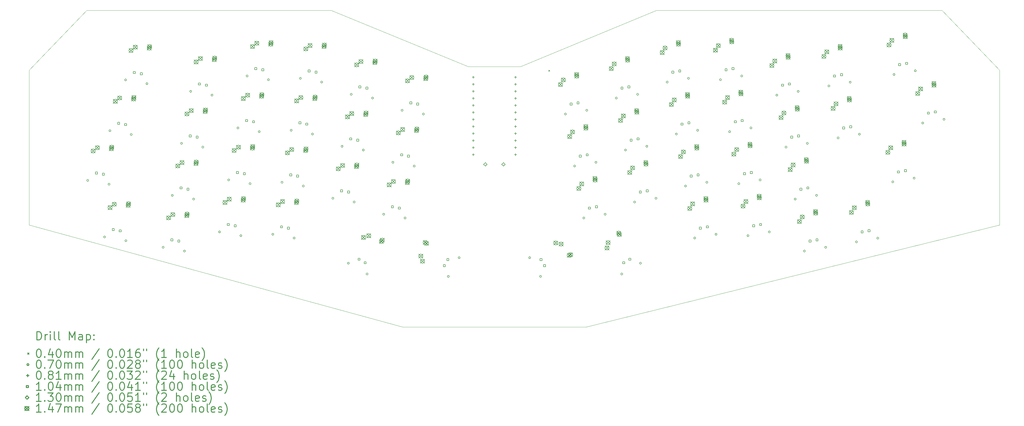
<source format=gbr>
%FSLAX45Y45*%
G04 Gerber Fmt 4.5, Leading zero omitted, Abs format (unit mm)*
G04 Created by KiCad (PCBNEW (5.1.4-0-10_14)) date 2022-04-12 16:32:40*
%MOMM*%
%LPD*%
G04 APERTURE LIST*
%ADD10C,0.100000*%
%ADD11C,0.200000*%
%ADD12C,0.300000*%
G04 APERTURE END LIST*
D10*
X17780000Y-15240000D02*
X21082000Y-15240000D01*
X24389680Y-15240000D02*
X39289000Y-11557000D01*
X39289000Y-9779000D02*
X39289000Y-11557000D01*
X4318000Y-11557000D02*
X4318000Y-9779000D01*
X17780000Y-15240000D02*
X4318000Y-11557000D01*
X24389680Y-15240000D02*
X21082000Y-15240000D01*
X6396000Y-3810000D02*
X7747000Y-3810000D01*
X4318000Y-5969000D02*
X6396000Y-3810000D01*
X37211000Y-3810000D02*
X26924000Y-3810000D01*
X39289000Y-5969000D02*
X37211000Y-3810000D01*
X15199890Y-3810000D02*
X7747000Y-3810000D01*
X39289000Y-9779000D02*
X39289000Y-5969000D01*
X4318000Y-9779000D02*
X4318000Y-5969000D01*
X20147680Y-5842000D02*
X15199890Y-3810000D01*
X22027680Y-5842000D02*
X26924000Y-3810000D01*
X20147680Y-5842000D02*
X22027680Y-5842000D01*
D11*
X23043200Y-5974400D02*
X23083200Y-6014400D01*
X23083200Y-5974400D02*
X23043200Y-6014400D01*
X13468365Y-10018990D02*
G75*
G03X13468365Y-10018990I-35000J0D01*
G01*
X14236515Y-10154436D02*
G75*
G03X14236515Y-10154436I-35000J0D01*
G01*
X6467957Y-9952370D02*
G75*
G03X6467957Y-9952370I-35000J0D01*
G01*
X7236107Y-10087815D02*
G75*
G03X7236107Y-10087815I-35000J0D01*
G01*
X11879694Y-8058333D02*
G75*
G03X11879694Y-8058333I-35000J0D01*
G01*
X12647844Y-8193779D02*
G75*
G03X12647844Y-8193779I-35000J0D01*
G01*
X33505917Y-8418507D02*
G75*
G03X33505917Y-8418507I-35000J0D01*
G01*
X34274067Y-8283061D02*
G75*
G03X34274067Y-8283061I-35000J0D01*
G01*
X30259115Y-11945897D02*
G75*
G03X30259115Y-11945897I-35000J0D01*
G01*
X31027265Y-11810451D02*
G75*
G03X31027265Y-11810451I-35000J0D01*
G01*
X9847352Y-8613861D02*
G75*
G03X9847352Y-8613861I-35000J0D01*
G01*
X7843336Y-12129274D02*
G75*
G03X7843336Y-12129274I-35000J0D01*
G01*
X7075186Y-11993828D02*
G75*
G03X7075186Y-11993828I-35000J0D01*
G01*
X15859180Y-12939644D02*
G75*
G03X15859180Y-12939644I-35000J0D01*
G01*
X16534680Y-13329644D02*
G75*
G03X16534680Y-13329644I-35000J0D01*
G01*
X9516552Y-10489919D02*
G75*
G03X9516552Y-10489919I-35000J0D01*
G01*
X10284702Y-10625365D02*
G75*
G03X10284702Y-10625365I-35000J0D01*
G01*
X7267771Y-8159011D02*
G75*
G03X7267771Y-8159011I-35000J0D01*
G01*
X8035921Y-8294457D02*
G75*
G03X8035921Y-8294457I-35000J0D01*
G01*
X26176198Y-10731437D02*
G75*
G03X26176198Y-10731437I-35000J0D01*
G01*
X26944348Y-10595992D02*
G75*
G03X26944348Y-10595992I-35000J0D01*
G01*
X27678045Y-8278377D02*
G75*
G03X27678045Y-8278377I-35000J0D01*
G01*
X28446195Y-8142931D02*
G75*
G03X28446195Y-8142931I-35000J0D01*
G01*
X29266716Y-6317720D02*
G75*
G03X29266716Y-6317720I-35000J0D01*
G01*
X30034866Y-6182275D02*
G75*
G03X30034866Y-6182275I-35000J0D01*
G01*
X24012751Y-9432380D02*
G75*
G03X24012751Y-9432380I-35000J0D01*
G01*
X24780901Y-9296935D02*
G75*
G03X24780901Y-9296935I-35000J0D01*
G01*
X24343551Y-11308439D02*
G75*
G03X24343551Y-11308439I-35000J0D01*
G01*
X25111701Y-11172994D02*
G75*
G03X25111701Y-11172994I-35000J0D01*
G01*
X32291457Y-12501424D02*
G75*
G03X32291457Y-12501424I-35000J0D01*
G01*
X35478268Y-10005115D02*
G75*
G03X35478268Y-10005115I-35000J0D01*
G01*
X36246418Y-9869670D02*
G75*
G03X36246418Y-9869670I-35000J0D01*
G01*
X10946302Y-6873247D02*
G75*
G03X10946302Y-6873247I-35000J0D01*
G01*
X34167516Y-12170624D02*
G75*
G03X34167516Y-12170624I-35000J0D01*
G01*
X34935666Y-12035178D02*
G75*
G03X34935666Y-12035178I-35000J0D01*
G01*
X36554512Y-7880957D02*
G75*
G03X36554512Y-7880957I-35000J0D01*
G01*
X37322662Y-7745511D02*
G75*
G03X37322662Y-7745511I-35000J0D01*
G01*
X19461835Y-13416913D02*
G75*
G03X19461835Y-13416913I-35000J0D01*
G01*
X19851835Y-12741413D02*
G75*
G03X19851835Y-12741413I-35000J0D01*
G01*
X29928315Y-10069838D02*
G75*
G03X29928315Y-10069838I-35000J0D01*
G01*
X30696465Y-9934392D02*
G75*
G03X30696465Y-9934392I-35000J0D01*
G01*
X22393525Y-12741413D02*
G75*
G03X22393525Y-12741413I-35000J0D01*
G01*
X22783525Y-13416913D02*
G75*
G03X22783525Y-13416913I-35000J0D01*
G01*
X33059607Y-12365978D02*
G75*
G03X33059607Y-12365978I-35000J0D01*
G01*
X31960658Y-10625365D02*
G75*
G03X31960658Y-10625365I-35000J0D01*
G01*
X32728808Y-10489919D02*
G75*
G03X32728808Y-10489919I-35000J0D01*
G01*
X11218095Y-11810451D02*
G75*
G03X11218095Y-11810451I-35000J0D01*
G01*
X11986245Y-11945897D02*
G75*
G03X11986245Y-11945897I-35000J0D01*
G01*
X10178152Y-6737802D02*
G75*
G03X10178152Y-6737802I-35000J0D01*
G01*
X10615502Y-8749306D02*
G75*
G03X10615502Y-8749306I-35000J0D01*
G01*
X28339644Y-12030494D02*
G75*
G03X28339644Y-12030494I-35000J0D01*
G01*
X29107794Y-11895049D02*
G75*
G03X29107794Y-11895049I-35000J0D01*
G01*
X31629858Y-8749306D02*
G75*
G03X31629858Y-8749306I-35000J0D01*
G01*
X32398008Y-8613861D02*
G75*
G03X32398008Y-8613861I-35000J0D01*
G01*
X12210494Y-6182275D02*
G75*
G03X12210494Y-6182275I-35000J0D01*
G01*
X12978644Y-6317720D02*
G75*
G03X12978644Y-6317720I-35000J0D01*
G01*
X15962612Y-6843874D02*
G75*
G03X15962612Y-6843874I-35000J0D01*
G01*
X16730762Y-6979320D02*
G75*
G03X16730762Y-6979320I-35000J0D01*
G01*
X25845398Y-8855379D02*
G75*
G03X25845398Y-8855379I-35000J0D01*
G01*
X26613548Y-8719933D02*
G75*
G03X26613548Y-8719933I-35000J0D01*
G01*
X17133659Y-11172994D02*
G75*
G03X17133659Y-11172994I-35000J0D01*
G01*
X17901809Y-11308439D02*
G75*
G03X17901809Y-11308439I-35000J0D01*
G01*
X23681952Y-7556322D02*
G75*
G03X23681952Y-7556322I-35000J0D01*
G01*
X24450102Y-7420876D02*
G75*
G03X24450102Y-7420876I-35000J0D01*
G01*
X17464459Y-9296935D02*
G75*
G03X17464459Y-9296935I-35000J0D01*
G01*
X18232609Y-9432380D02*
G75*
G03X18232609Y-9432380I-35000J0D01*
G01*
X25514598Y-6979320D02*
G75*
G03X25514598Y-6979320I-35000J0D01*
G01*
X26282748Y-6843874D02*
G75*
G03X26282748Y-6843874I-35000J0D01*
G01*
X31299058Y-6873247D02*
G75*
G03X31299058Y-6873247I-35000J0D01*
G01*
X32067208Y-6737802D02*
G75*
G03X32067208Y-6737802I-35000J0D01*
G01*
X13799165Y-8142931D02*
G75*
G03X13799165Y-8142931I-35000J0D01*
G01*
X14567315Y-8278377D02*
G75*
G03X14567315Y-8278377I-35000J0D01*
G01*
X28008845Y-10154436D02*
G75*
G03X28008845Y-10154436I-35000J0D01*
G01*
X9953903Y-12501424D02*
G75*
G03X9953903Y-12501424I-35000J0D01*
G01*
X35520190Y-6128948D02*
G75*
G03X35520190Y-6128948I-35000J0D01*
G01*
X36288340Y-5993502D02*
G75*
G03X36288340Y-5993502I-35000J0D01*
G01*
X28776995Y-10018990D02*
G75*
G03X28776995Y-10018990I-35000J0D01*
G01*
X14129965Y-6266873D02*
G75*
G03X14129965Y-6266873I-35000J0D01*
G01*
X14898115Y-6402318D02*
G75*
G03X14898115Y-6402318I-35000J0D01*
G01*
X15301012Y-10595992D02*
G75*
G03X15301012Y-10595992I-35000J0D01*
G01*
X7833078Y-6324302D02*
G75*
G03X7833078Y-6324302I-35000J0D01*
G01*
X9185753Y-12365978D02*
G75*
G03X9185753Y-12365978I-35000J0D01*
G01*
X16069162Y-10731437D02*
G75*
G03X16069162Y-10731437I-35000J0D01*
G01*
X8601228Y-6459748D02*
G75*
G03X8601228Y-6459748I-35000J0D01*
G01*
X17795258Y-7420876D02*
G75*
G03X17795258Y-7420876I-35000J0D01*
G01*
X11548895Y-9934392D02*
G75*
G03X11548895Y-9934392I-35000J0D01*
G01*
X13137565Y-11895049D02*
G75*
G03X13137565Y-11895049I-35000J0D01*
G01*
X13905715Y-12030494D02*
G75*
G03X13905715Y-12030494I-35000J0D01*
G01*
X33175117Y-6542448D02*
G75*
G03X33175117Y-6542448I-35000J0D01*
G01*
X33943267Y-6407002D02*
G75*
G03X33943267Y-6407002I-35000J0D01*
G01*
X12317045Y-10069838D02*
G75*
G03X12317045Y-10069838I-35000J0D01*
G01*
X29597516Y-8193779D02*
G75*
G03X29597516Y-8193779I-35000J0D01*
G01*
X30365666Y-8058333D02*
G75*
G03X30365666Y-8058333I-35000J0D01*
G01*
X15631812Y-8719933D02*
G75*
G03X15631812Y-8719933I-35000J0D01*
G01*
X16399962Y-8855379D02*
G75*
G03X16399962Y-8855379I-35000J0D01*
G01*
X27347245Y-6402318D02*
G75*
G03X27347245Y-6402318I-35000J0D01*
G01*
X28115395Y-6266873D02*
G75*
G03X28115395Y-6266873I-35000J0D01*
G01*
X18563408Y-7556322D02*
G75*
G03X18563408Y-7556322I-35000J0D01*
G01*
X25710680Y-13329644D02*
G75*
G03X25710680Y-13329644I-35000J0D01*
G01*
X26386180Y-12939644D02*
G75*
G03X26386180Y-12939644I-35000J0D01*
G01*
X20326820Y-6187200D02*
X20326820Y-6268480D01*
X20286180Y-6227840D02*
X20367460Y-6227840D01*
X20326820Y-6441200D02*
X20326820Y-6522480D01*
X20286180Y-6481840D02*
X20367460Y-6481840D01*
X20326820Y-6695200D02*
X20326820Y-6776480D01*
X20286180Y-6735840D02*
X20367460Y-6735840D01*
X20326820Y-6949200D02*
X20326820Y-7030480D01*
X20286180Y-6989840D02*
X20367460Y-6989840D01*
X20326820Y-7203200D02*
X20326820Y-7284480D01*
X20286180Y-7243840D02*
X20367460Y-7243840D01*
X20326820Y-7457200D02*
X20326820Y-7538480D01*
X20286180Y-7497840D02*
X20367460Y-7497840D01*
X20326820Y-7711200D02*
X20326820Y-7792480D01*
X20286180Y-7751840D02*
X20367460Y-7751840D01*
X20326820Y-7965200D02*
X20326820Y-8046480D01*
X20286180Y-8005840D02*
X20367460Y-8005840D01*
X20326820Y-8219200D02*
X20326820Y-8300480D01*
X20286180Y-8259840D02*
X20367460Y-8259840D01*
X20326820Y-8473200D02*
X20326820Y-8554480D01*
X20286180Y-8513840D02*
X20367460Y-8513840D01*
X20326820Y-8727200D02*
X20326820Y-8808480D01*
X20286180Y-8767840D02*
X20367460Y-8767840D01*
X20326820Y-8981200D02*
X20326820Y-9062480D01*
X20286180Y-9021840D02*
X20367460Y-9021840D01*
X21848820Y-6187200D02*
X21848820Y-6268480D01*
X21808180Y-6227840D02*
X21889460Y-6227840D01*
X21848820Y-6441200D02*
X21848820Y-6522480D01*
X21808180Y-6481840D02*
X21889460Y-6481840D01*
X21848820Y-6695200D02*
X21848820Y-6776480D01*
X21808180Y-6735840D02*
X21889460Y-6735840D01*
X21848820Y-6949200D02*
X21848820Y-7030480D01*
X21808180Y-6989840D02*
X21889460Y-6989840D01*
X21848820Y-7203200D02*
X21848820Y-7284480D01*
X21808180Y-7243840D02*
X21889460Y-7243840D01*
X21848820Y-7457200D02*
X21848820Y-7538480D01*
X21808180Y-7497840D02*
X21889460Y-7497840D01*
X21848820Y-7711200D02*
X21848820Y-7792480D01*
X21808180Y-7751840D02*
X21889460Y-7751840D01*
X21848820Y-7965200D02*
X21848820Y-8046480D01*
X21808180Y-8005840D02*
X21889460Y-8005840D01*
X21848820Y-8219200D02*
X21848820Y-8300480D01*
X21808180Y-8259840D02*
X21889460Y-8259840D01*
X21848820Y-8473200D02*
X21848820Y-8554480D01*
X21808180Y-8513840D02*
X21889460Y-8513840D01*
X21848820Y-8727200D02*
X21848820Y-8808480D01*
X21808180Y-8767840D02*
X21889460Y-8767840D01*
X21848820Y-8981200D02*
X21848820Y-9062480D01*
X21808180Y-9021840D02*
X21889460Y-9021840D01*
X10494060Y-6507565D02*
X10494060Y-6434025D01*
X10420520Y-6434025D01*
X10420520Y-6507565D01*
X10494060Y-6507565D01*
X24218392Y-9110804D02*
X24218392Y-9037265D01*
X24144853Y-9037265D01*
X24144853Y-9110804D01*
X24218392Y-9110804D01*
X24468534Y-9066698D02*
X24468534Y-8993158D01*
X24394994Y-8993158D01*
X24394994Y-9066698D01*
X24468534Y-9066698D01*
X17780366Y-9066698D02*
X17780366Y-8993158D01*
X17706826Y-8993158D01*
X17706826Y-9066698D01*
X17780366Y-9066698D01*
X18030507Y-9110804D02*
X18030507Y-9037265D01*
X17956968Y-9037265D01*
X17956968Y-9110804D01*
X18030507Y-9110804D01*
X15947719Y-8489696D02*
X15947719Y-8416156D01*
X15874180Y-8416156D01*
X15874180Y-8489696D01*
X15947719Y-8489696D01*
X16197861Y-8533803D02*
X16197861Y-8460263D01*
X16124321Y-8460263D01*
X16124321Y-8533803D01*
X16197861Y-8533803D01*
X14115073Y-7912694D02*
X14115073Y-7839154D01*
X14041533Y-7839154D01*
X14041533Y-7912694D01*
X14115073Y-7912694D01*
X10744201Y-6551671D02*
X10744201Y-6478132D01*
X10670661Y-6478132D01*
X10670661Y-6551671D01*
X10744201Y-6551671D01*
X23887593Y-7234746D02*
X23887593Y-7161206D01*
X23814053Y-7161206D01*
X23814053Y-7234746D01*
X23887593Y-7234746D01*
X24137734Y-7190639D02*
X24137734Y-7117099D01*
X24064194Y-7117099D01*
X24064194Y-7190639D01*
X24137734Y-7190639D01*
X11864802Y-9704155D02*
X11864802Y-9630615D01*
X11791262Y-9630615D01*
X11791262Y-9704155D01*
X11864802Y-9704155D01*
X12114943Y-9748262D02*
X12114943Y-9674722D01*
X12041403Y-9674722D01*
X12041403Y-9748262D01*
X12114943Y-9748262D01*
X31835499Y-8427730D02*
X31835499Y-8354190D01*
X31761959Y-8354190D01*
X31761959Y-8427730D01*
X31835499Y-8427730D01*
X32085640Y-8383624D02*
X32085640Y-8310084D01*
X32012100Y-8310084D01*
X32012100Y-8383624D01*
X32085640Y-8383624D01*
X12445743Y-7872203D02*
X12445743Y-7798663D01*
X12372203Y-7798663D01*
X12372203Y-7872203D01*
X12445743Y-7872203D01*
X9832460Y-10259682D02*
X9832460Y-10186143D01*
X9758920Y-10186143D01*
X9758920Y-10259682D01*
X9832460Y-10259682D01*
X10082601Y-10303789D02*
X10082601Y-10230249D01*
X10009061Y-10230249D01*
X10009061Y-10303789D01*
X10082601Y-10303789D01*
X12526402Y-5952038D02*
X12526402Y-5878498D01*
X12452862Y-5878498D01*
X12452862Y-5952038D01*
X12526402Y-5952038D01*
X12776543Y-5996144D02*
X12776543Y-5922604D01*
X12703003Y-5922604D01*
X12703003Y-5996144D01*
X12776543Y-5996144D01*
X15867061Y-10409861D02*
X15867061Y-10336322D01*
X15793521Y-10336322D01*
X15793521Y-10409861D01*
X15867061Y-10409861D01*
X12195602Y-7828096D02*
X12195602Y-7754557D01*
X12122062Y-7754557D01*
X12122062Y-7828096D01*
X12195602Y-7828096D01*
X11534002Y-11580214D02*
X11534002Y-11506674D01*
X11460463Y-11506674D01*
X11460463Y-11580214D01*
X11534002Y-11580214D01*
X11784144Y-11624321D02*
X11784144Y-11550781D01*
X11710604Y-11550781D01*
X11710604Y-11624321D01*
X11784144Y-11624321D01*
X16278519Y-6613637D02*
X16278519Y-6540097D01*
X16204979Y-6540097D01*
X16204979Y-6613637D01*
X16278519Y-6613637D01*
X16528660Y-6657744D02*
X16528660Y-6584204D01*
X16455121Y-6584204D01*
X16455121Y-6657744D01*
X16528660Y-6657744D01*
X16247465Y-12832951D02*
X16247465Y-12759411D01*
X16173925Y-12759411D01*
X16173925Y-12832951D01*
X16247465Y-12832951D01*
X16467435Y-12959951D02*
X16467435Y-12886411D01*
X16393895Y-12886411D01*
X16393895Y-12959951D01*
X16467435Y-12959951D01*
X35725831Y-5807372D02*
X35725831Y-5733832D01*
X35652292Y-5733832D01*
X35652292Y-5807372D01*
X35725831Y-5807372D01*
X35975973Y-5763265D02*
X35975973Y-5689725D01*
X35902433Y-5689725D01*
X35902433Y-5763265D01*
X35975973Y-5763265D01*
X31504699Y-6551671D02*
X31504699Y-6478132D01*
X31431159Y-6478132D01*
X31431159Y-6551671D01*
X31504699Y-6551671D01*
X31754840Y-6507565D02*
X31754840Y-6434025D01*
X31681300Y-6434025D01*
X31681300Y-6507565D01*
X31754840Y-6507565D01*
X15616920Y-10365755D02*
X15616920Y-10292215D01*
X15543380Y-10292215D01*
X15543380Y-10365755D01*
X15616920Y-10365755D01*
X25720239Y-6657744D02*
X25720239Y-6584204D01*
X25646700Y-6584204D01*
X25646700Y-6657744D01*
X25720239Y-6657744D01*
X25970381Y-6613637D02*
X25970381Y-6540097D01*
X25896841Y-6540097D01*
X25896841Y-6613637D01*
X25970381Y-6613637D01*
X13453473Y-11664812D02*
X13453473Y-11591272D01*
X13379933Y-11591272D01*
X13379933Y-11664812D01*
X13453473Y-11664812D01*
X13784273Y-9788753D02*
X13784273Y-9715213D01*
X13710733Y-9715213D01*
X13710733Y-9788753D01*
X13784273Y-9788753D01*
X14034414Y-9832860D02*
X14034414Y-9759320D01*
X13960874Y-9759320D01*
X13960874Y-9832860D01*
X14034414Y-9832860D01*
X32497098Y-12179848D02*
X32497098Y-12106308D01*
X32423559Y-12106308D01*
X32423559Y-12179848D01*
X32497098Y-12179848D01*
X32747240Y-12135741D02*
X32747240Y-12062201D01*
X32673700Y-12062201D01*
X32673700Y-12135741D01*
X32747240Y-12135741D01*
X26001435Y-12832951D02*
X26001435Y-12759411D01*
X25927895Y-12759411D01*
X25927895Y-12832951D01*
X26001435Y-12832951D01*
X25781465Y-12959951D02*
X25781465Y-12886411D01*
X25707925Y-12886411D01*
X25707925Y-12959951D01*
X25781465Y-12959951D01*
X13703614Y-11708918D02*
X13703614Y-11635379D01*
X13630074Y-11635379D01*
X13630074Y-11708918D01*
X13703614Y-11708918D01*
X24549192Y-10986863D02*
X24549192Y-10913323D01*
X24475652Y-10913323D01*
X24475652Y-10986863D01*
X24549192Y-10986863D01*
X24799333Y-10942756D02*
X24799333Y-10869217D01*
X24725794Y-10869217D01*
X24725794Y-10942756D01*
X24799333Y-10942756D01*
X29472357Y-5996144D02*
X29472357Y-5922604D01*
X29398817Y-5922604D01*
X29398817Y-5996144D01*
X29472357Y-5996144D01*
X26381839Y-10409861D02*
X26381839Y-10336322D01*
X26308299Y-10336322D01*
X26308299Y-10409861D01*
X26381839Y-10409861D01*
X8148986Y-6094065D02*
X8148986Y-6020525D01*
X8075446Y-6020525D01*
X8075446Y-6094065D01*
X8148986Y-6094065D01*
X8399127Y-6138172D02*
X8399127Y-6064632D01*
X8325587Y-6064632D01*
X8325587Y-6138172D01*
X8399127Y-6138172D01*
X32166299Y-10303789D02*
X32166299Y-10230249D01*
X32092759Y-10230249D01*
X32092759Y-10303789D01*
X32166299Y-10303789D01*
X32416440Y-10259682D02*
X32416440Y-10186143D01*
X32342900Y-10186143D01*
X32342900Y-10259682D01*
X32416440Y-10259682D01*
X33711558Y-8096930D02*
X33711558Y-8023391D01*
X33638018Y-8023391D01*
X33638018Y-8096930D01*
X33711558Y-8096930D01*
X29722498Y-5952038D02*
X29722498Y-5878498D01*
X29648958Y-5878498D01*
X29648958Y-5952038D01*
X29722498Y-5952038D01*
X28795427Y-11664812D02*
X28795427Y-11591272D01*
X28721887Y-11591272D01*
X28721887Y-11664812D01*
X28795427Y-11664812D01*
X6783864Y-9722133D02*
X6783864Y-9648593D01*
X6710325Y-9648593D01*
X6710325Y-9722133D01*
X6783864Y-9722133D01*
X7034006Y-9766239D02*
X7034006Y-9692700D01*
X6960466Y-9692700D01*
X6960466Y-9766239D01*
X7034006Y-9766239D01*
X33961699Y-8052824D02*
X33961699Y-7979284D01*
X33888159Y-7979284D01*
X33888159Y-8052824D01*
X33961699Y-8052824D01*
X18111166Y-7190639D02*
X18111166Y-7117099D01*
X18037626Y-7117099D01*
X18037626Y-7190639D01*
X18111166Y-7190639D01*
X26631980Y-10365755D02*
X26631980Y-10292215D01*
X26558440Y-10292215D01*
X26558440Y-10365755D01*
X26631980Y-10365755D01*
X33380758Y-6220872D02*
X33380758Y-6147332D01*
X33307218Y-6147332D01*
X33307218Y-6220872D01*
X33380758Y-6220872D01*
X28545285Y-11708918D02*
X28545285Y-11635379D01*
X28471746Y-11635379D01*
X28471746Y-11708918D01*
X28545285Y-11708918D01*
X35683909Y-9683539D02*
X35683909Y-9610000D01*
X35610369Y-9610000D01*
X35610369Y-9683539D01*
X35683909Y-9683539D01*
X35934050Y-9639433D02*
X35934050Y-9565893D01*
X35860510Y-9565893D01*
X35860510Y-9639433D01*
X35934050Y-9639433D01*
X18361307Y-7234746D02*
X18361307Y-7161206D01*
X18287767Y-7161206D01*
X18287767Y-7234746D01*
X18361307Y-7234746D01*
X27552886Y-6080742D02*
X27552886Y-6007202D01*
X27479346Y-6007202D01*
X27479346Y-6080742D01*
X27552886Y-6080742D01*
X27803027Y-6036635D02*
X27803027Y-5963096D01*
X27729488Y-5963096D01*
X27729488Y-6036635D01*
X27803027Y-6036635D01*
X27883686Y-7956801D02*
X27883686Y-7883261D01*
X27810146Y-7883261D01*
X27810146Y-7956801D01*
X27883686Y-7956801D01*
X28133827Y-7912694D02*
X28133827Y-7839154D01*
X28060287Y-7839154D01*
X28060287Y-7912694D01*
X28133827Y-7912694D01*
X33630899Y-6176765D02*
X33630899Y-6103225D01*
X33557359Y-6103225D01*
X33557359Y-6176765D01*
X33630899Y-6176765D01*
X29803157Y-7872203D02*
X29803157Y-7798663D01*
X29729617Y-7798663D01*
X29729617Y-7872203D01*
X29803157Y-7872203D01*
X30053298Y-7828096D02*
X30053298Y-7754557D01*
X29979758Y-7754557D01*
X29979758Y-7828096D01*
X30053298Y-7828096D01*
X14365214Y-7956801D02*
X14365214Y-7883261D01*
X14291674Y-7883261D01*
X14291674Y-7956801D01*
X14365214Y-7956801D01*
X26051039Y-8533803D02*
X26051039Y-8460263D01*
X25977499Y-8460263D01*
X25977499Y-8533803D01*
X26051039Y-8533803D01*
X26301180Y-8489696D02*
X26301180Y-8416156D01*
X26227641Y-8416156D01*
X26227641Y-8489696D01*
X26301180Y-8489696D01*
X30464756Y-11624321D02*
X30464756Y-11550781D01*
X30391216Y-11550781D01*
X30391216Y-11624321D01*
X30464756Y-11624321D01*
X19320142Y-13067168D02*
X19320142Y-12993629D01*
X19246602Y-12993629D01*
X19246602Y-13067168D01*
X19320142Y-13067168D01*
X19447142Y-12847198D02*
X19447142Y-12773658D01*
X19373602Y-12773658D01*
X19373602Y-12847198D01*
X19447142Y-12847198D01*
X9501660Y-12135741D02*
X9501660Y-12062201D01*
X9428120Y-12062201D01*
X9428120Y-12135741D01*
X9501660Y-12135741D01*
X9751801Y-12179848D02*
X9751801Y-12106308D01*
X9678262Y-12106308D01*
X9678262Y-12179848D01*
X9751801Y-12179848D01*
X10163260Y-8383624D02*
X10163260Y-8310084D01*
X10089720Y-8310084D01*
X10089720Y-8383624D01*
X10163260Y-8383624D01*
X10413401Y-8427730D02*
X10413401Y-8354190D01*
X10339861Y-8354190D01*
X10339861Y-8427730D01*
X10413401Y-8427730D01*
X30714897Y-11580214D02*
X30714897Y-11506674D01*
X30641358Y-11506674D01*
X30641358Y-11580214D01*
X30714897Y-11580214D01*
X14445872Y-6036635D02*
X14445872Y-5963096D01*
X14372333Y-5963096D01*
X14372333Y-6036635D01*
X14445872Y-6036635D01*
X14696014Y-6080742D02*
X14696014Y-6007202D01*
X14622474Y-6007202D01*
X14622474Y-6080742D01*
X14696014Y-6080742D01*
X7391094Y-11763591D02*
X7391094Y-11690052D01*
X7317554Y-11690052D01*
X7317554Y-11763591D01*
X7391094Y-11763591D01*
X7641235Y-11807698D02*
X7641235Y-11734158D01*
X7567695Y-11734158D01*
X7567695Y-11807698D01*
X7641235Y-11807698D01*
X30133956Y-9748262D02*
X30133956Y-9674722D01*
X30060417Y-9674722D01*
X30060417Y-9748262D01*
X30133956Y-9748262D01*
X30384098Y-9704155D02*
X30384098Y-9630615D01*
X30310558Y-9630615D01*
X30310558Y-9704155D01*
X30384098Y-9704155D01*
X28214486Y-9832860D02*
X28214486Y-9759320D01*
X28140946Y-9759320D01*
X28140946Y-9832860D01*
X28214486Y-9832860D01*
X28464627Y-9788753D02*
X28464627Y-9715213D01*
X28391087Y-9715213D01*
X28391087Y-9788753D01*
X28464627Y-9788753D01*
X36760153Y-7559381D02*
X36760153Y-7485841D01*
X36686613Y-7485841D01*
X36686613Y-7559381D01*
X36760153Y-7559381D01*
X7833820Y-7972881D02*
X7833820Y-7899341D01*
X7760280Y-7899341D01*
X7760280Y-7972881D01*
X7833820Y-7972881D01*
X37010294Y-7515274D02*
X37010294Y-7441734D01*
X36936755Y-7441734D01*
X36936755Y-7515274D01*
X37010294Y-7515274D01*
X7583679Y-7928774D02*
X7583679Y-7855234D01*
X7510139Y-7855234D01*
X7510139Y-7928774D01*
X7583679Y-7928774D01*
X34373157Y-11849048D02*
X34373157Y-11775508D01*
X34299617Y-11775508D01*
X34299617Y-11849048D01*
X34373157Y-11849048D01*
X34623298Y-11804941D02*
X34623298Y-11731401D01*
X34549759Y-11731401D01*
X34549759Y-11804941D01*
X34623298Y-11804941D01*
X17449566Y-10942756D02*
X17449566Y-10869217D01*
X17376027Y-10869217D01*
X17376027Y-10942756D01*
X17449566Y-10942756D01*
X17699708Y-10986863D02*
X17699708Y-10913323D01*
X17626168Y-10913323D01*
X17626168Y-10986863D01*
X17699708Y-10986863D01*
X22801758Y-12847198D02*
X22801758Y-12773658D01*
X22728218Y-12773658D01*
X22728218Y-12847198D01*
X22801758Y-12847198D01*
X22928758Y-13067168D02*
X22928758Y-12993629D01*
X22855218Y-12993629D01*
X22855218Y-13067168D01*
X22928758Y-13067168D01*
X20762680Y-9437600D02*
X20827680Y-9372600D01*
X20762680Y-9307600D01*
X20697680Y-9372600D01*
X20762680Y-9437600D01*
X21412680Y-9437600D02*
X21477680Y-9372600D01*
X21412680Y-9307600D01*
X21347680Y-9372600D01*
X21412680Y-9437600D01*
X15719628Y-7584896D02*
X15866628Y-7731896D01*
X15866628Y-7584896D02*
X15719628Y-7731896D01*
X15866628Y-7658396D02*
G75*
G03X15866628Y-7658396I-73500J0D01*
G01*
X15873991Y-7463862D02*
X16020991Y-7610862D01*
X16020991Y-7463862D02*
X15873991Y-7610862D01*
X16020991Y-7537362D02*
G75*
G03X16020991Y-7537362I-73500J0D01*
G01*
X14041344Y-6886860D02*
X14188344Y-7033860D01*
X14188344Y-6886860D02*
X14041344Y-7033860D01*
X14188344Y-6960360D02*
G75*
G03X14188344Y-6960360I-73500J0D01*
G01*
X33880426Y-11032461D02*
X34027426Y-11179461D01*
X34027426Y-11032461D02*
X33880426Y-11179461D01*
X34027426Y-11105961D02*
G75*
G03X34027426Y-11105961I-73500J0D01*
G01*
X33984083Y-10865931D02*
X34131083Y-11012931D01*
X34131083Y-10865931D02*
X33984083Y-11012931D01*
X34131083Y-10939431D02*
G75*
G03X34131083Y-10939431I-73500J0D01*
G01*
X16389088Y-7445021D02*
X16536088Y-7592021D01*
X16536088Y-7445021D02*
X16389088Y-7592021D01*
X16536088Y-7518521D02*
G75*
G03X16536088Y-7518521I-73500J0D01*
G01*
X13886981Y-7007894D02*
X14033981Y-7154894D01*
X14033981Y-7007894D02*
X13886981Y-7154894D01*
X14033981Y-7081394D02*
G75*
G03X14033981Y-7081394I-73500J0D01*
G01*
X34461673Y-10672053D02*
X34608673Y-10819053D01*
X34608673Y-10672053D02*
X34461673Y-10819053D01*
X34608673Y-10745553D02*
G75*
G03X34608673Y-10745553I-73500J0D01*
G01*
X34467805Y-10729867D02*
X34614805Y-10876867D01*
X34614805Y-10729867D02*
X34467805Y-10876867D01*
X34614805Y-10803367D02*
G75*
G03X34614805Y-10803367I-73500J0D01*
G01*
X16375077Y-7501446D02*
X16522077Y-7648446D01*
X16522077Y-7501446D02*
X16375077Y-7648446D01*
X16522077Y-7574946D02*
G75*
G03X16522077Y-7574946I-73500J0D01*
G01*
X36371079Y-6576264D02*
X36518079Y-6723264D01*
X36518079Y-6576264D02*
X36371079Y-6723264D01*
X36518079Y-6649764D02*
G75*
G03X36518079Y-6649764I-73500J0D01*
G01*
X14556441Y-6868020D02*
X14703441Y-7015020D01*
X14703441Y-6868020D02*
X14556441Y-7015020D01*
X14703441Y-6941520D02*
G75*
G03X14703441Y-6941520I-73500J0D01*
G01*
X36267422Y-6742794D02*
X36414422Y-6889794D01*
X36414422Y-6742794D02*
X36267422Y-6889794D01*
X36414422Y-6816294D02*
G75*
G03X36414422Y-6816294I-73500J0D01*
G01*
X14542430Y-6924444D02*
X14689430Y-7071444D01*
X14689430Y-6924444D02*
X14542430Y-7071444D01*
X14689430Y-6997944D02*
G75*
G03X14689430Y-6997944I-73500J0D01*
G01*
X36848669Y-6382386D02*
X36995669Y-6529386D01*
X36995669Y-6382386D02*
X36848669Y-6529386D01*
X36995669Y-6455886D02*
G75*
G03X36995669Y-6455886I-73500J0D01*
G01*
X36854801Y-6440200D02*
X37001801Y-6587200D01*
X37001801Y-6440200D02*
X36854801Y-6587200D01*
X37001801Y-6513700D02*
G75*
G03X37001801Y-6513700I-73500J0D01*
G01*
X18362021Y-12609420D02*
X18509021Y-12756420D01*
X18509021Y-12609420D02*
X18362021Y-12756420D01*
X18509021Y-12682920D02*
G75*
G03X18509021Y-12682920I-73500J0D01*
G01*
X10265968Y-5602765D02*
X10412968Y-5749765D01*
X10412968Y-5602765D02*
X10265968Y-5749765D01*
X10412968Y-5676265D02*
G75*
G03X10412968Y-5676265I-73500J0D01*
G01*
X10420331Y-5481731D02*
X10567331Y-5628731D01*
X10567331Y-5481731D02*
X10420331Y-5628731D01*
X10567331Y-5555231D02*
G75*
G03X10567331Y-5555231I-73500J0D01*
G01*
X10921417Y-5519315D02*
X11068417Y-5666314D01*
X11068417Y-5519315D02*
X10921417Y-5666314D01*
X11068417Y-5592814D02*
G75*
G03X11068417Y-5592814I-73500J0D01*
G01*
X10935428Y-5462890D02*
X11082428Y-5609890D01*
X11082428Y-5462890D02*
X10935428Y-5609890D01*
X11082428Y-5536390D02*
G75*
G03X11082428Y-5536390I-73500J0D01*
G01*
X18520490Y-12118943D02*
X18667490Y-12265943D01*
X18667490Y-12118943D02*
X18520490Y-12265943D01*
X18667490Y-12192443D02*
G75*
G03X18667490Y-12192443I-73500J0D01*
G01*
X18568719Y-12151407D02*
X18715719Y-12298407D01*
X18715719Y-12151407D02*
X18568719Y-12298407D01*
X18715719Y-12224907D02*
G75*
G03X18715719Y-12224907I-73500J0D01*
G01*
X23224400Y-12135958D02*
X23371400Y-12282958D01*
X23371400Y-12135958D02*
X23224400Y-12282958D01*
X23371400Y-12209458D02*
G75*
G03X23371400Y-12209458I-73500J0D01*
G01*
X23416339Y-12176407D02*
X23563339Y-12323407D01*
X23563339Y-12176407D02*
X23416339Y-12323407D01*
X23563339Y-12249907D02*
G75*
G03X23563339Y-12249907I-73500J0D01*
G01*
X18422960Y-12795869D02*
X18569960Y-12942869D01*
X18569960Y-12795869D02*
X18422960Y-12942869D01*
X18569960Y-12869369D02*
G75*
G03X18569960Y-12869369I-73500J0D01*
G01*
X17221475Y-10037956D02*
X17368475Y-10184956D01*
X17368475Y-10037956D02*
X17221475Y-10184956D01*
X17368475Y-10111456D02*
G75*
G03X17368475Y-10111456I-73500J0D01*
G01*
X17375838Y-9916922D02*
X17522838Y-10063922D01*
X17522838Y-9916922D02*
X17375838Y-10063922D01*
X17522838Y-9990422D02*
G75*
G03X17522838Y-9990422I-73500J0D01*
G01*
X17876924Y-9954506D02*
X18023924Y-10101506D01*
X18023924Y-9954506D02*
X17876924Y-10101506D01*
X18023924Y-10028006D02*
G75*
G03X18023924Y-10028006I-73500J0D01*
G01*
X17890935Y-9898082D02*
X18037935Y-10045082D01*
X18037935Y-9898082D02*
X17890935Y-10045082D01*
X18037935Y-9971582D02*
G75*
G03X18037935Y-9971582I-73500J0D01*
G01*
X23709641Y-12584420D02*
X23856641Y-12731420D01*
X23856641Y-12584420D02*
X23709641Y-12731420D01*
X23856641Y-12657920D02*
G75*
G03X23856641Y-12657920I-73500J0D01*
G01*
X23761870Y-12558884D02*
X23908870Y-12705884D01*
X23908870Y-12558884D02*
X23761870Y-12705884D01*
X23908870Y-12632384D02*
G75*
G03X23908870Y-12632384I-73500J0D01*
G01*
X23394862Y-6418159D02*
X23541862Y-6565159D01*
X23541862Y-6418159D02*
X23394862Y-6565159D01*
X23541862Y-6491659D02*
G75*
G03X23541862Y-6491659I-73500J0D01*
G01*
X23498519Y-6251629D02*
X23645519Y-6398629D01*
X23645519Y-6251629D02*
X23498519Y-6398629D01*
X23645519Y-6325129D02*
G75*
G03X23645519Y-6325129I-73500J0D01*
G01*
X9273569Y-11230941D02*
X9420569Y-11377941D01*
X9420569Y-11230941D02*
X9273569Y-11377941D01*
X9420569Y-11304441D02*
G75*
G03X9420569Y-11304441I-73500J0D01*
G01*
X9427932Y-11109907D02*
X9574932Y-11256907D01*
X9574932Y-11109907D02*
X9427932Y-11256907D01*
X9574932Y-11183407D02*
G75*
G03X9574932Y-11183407I-73500J0D01*
G01*
X9929018Y-11147491D02*
X10076018Y-11294491D01*
X10076018Y-11147491D02*
X9929018Y-11294491D01*
X10076018Y-11220991D02*
G75*
G03X10076018Y-11220991I-73500J0D01*
G01*
X9943029Y-11091067D02*
X10090029Y-11238066D01*
X10090029Y-11091067D02*
X9943029Y-11238066D01*
X10090029Y-11164567D02*
G75*
G03X10090029Y-11164567I-73500J0D01*
G01*
X23976108Y-6057751D02*
X24123108Y-6204751D01*
X24123108Y-6057751D02*
X23976108Y-6204751D01*
X24123108Y-6131251D02*
G75*
G03X24123108Y-6131251I-73500J0D01*
G01*
X9604369Y-9354882D02*
X9751369Y-9501882D01*
X9751369Y-9354882D02*
X9604369Y-9501882D01*
X9751369Y-9428382D02*
G75*
G03X9751369Y-9428382I-73500J0D01*
G01*
X10273828Y-9215008D02*
X10420828Y-9362008D01*
X10420828Y-9215008D02*
X10273828Y-9362008D01*
X10420828Y-9288508D02*
G75*
G03X10420828Y-9288508I-73500J0D01*
G01*
X11636711Y-8799355D02*
X11783711Y-8946355D01*
X11783711Y-8799355D02*
X11636711Y-8946355D01*
X11783711Y-8872855D02*
G75*
G03X11783711Y-8872855I-73500J0D01*
G01*
X11791073Y-8678321D02*
X11938073Y-8825321D01*
X11938073Y-8678321D02*
X11791073Y-8825321D01*
X11938073Y-8751821D02*
G75*
G03X11938073Y-8751821I-73500J0D01*
G01*
X12292160Y-8715905D02*
X12439160Y-8862905D01*
X12439160Y-8715905D02*
X12292160Y-8862905D01*
X12439160Y-8789405D02*
G75*
G03X12439160Y-8789405I-73500J0D01*
G01*
X12306170Y-8659481D02*
X12453170Y-8806481D01*
X12453170Y-8659481D02*
X12306170Y-8806481D01*
X12453170Y-8732981D02*
G75*
G03X12453170Y-8732981I-73500J0D01*
G01*
X10259818Y-9271432D02*
X10406818Y-9418432D01*
X10406818Y-9271432D02*
X10259818Y-9418432D01*
X10406818Y-9344932D02*
G75*
G03X10406818Y-9344932I-73500J0D01*
G01*
X23982240Y-6115564D02*
X24129240Y-6262564D01*
X24129240Y-6115564D02*
X23982240Y-6262564D01*
X24129240Y-6189064D02*
G75*
G03X24129240Y-6189064I-73500J0D01*
G01*
X9758731Y-9233848D02*
X9905731Y-9380848D01*
X9905731Y-9233848D02*
X9758731Y-9380848D01*
X9905731Y-9307348D02*
G75*
G03X9905731Y-9307348I-73500J0D01*
G01*
X15388828Y-9460955D02*
X15535828Y-9607955D01*
X15535828Y-9460955D02*
X15388828Y-9607955D01*
X15535828Y-9534455D02*
G75*
G03X15535828Y-9534455I-73500J0D01*
G01*
X15543191Y-9339921D02*
X15690191Y-9486921D01*
X15690191Y-9339921D02*
X15543191Y-9486921D01*
X15690191Y-9413421D02*
G75*
G03X15690191Y-9413421I-73500J0D01*
G01*
X16044277Y-9377504D02*
X16191277Y-9524504D01*
X16191277Y-9377504D02*
X16044277Y-9524504D01*
X16191277Y-9451004D02*
G75*
G03X16191277Y-9451004I-73500J0D01*
G01*
X16058288Y-9321080D02*
X16205288Y-9468080D01*
X16205288Y-9321080D02*
X16058288Y-9468080D01*
X16205288Y-9394580D02*
G75*
G03X16205288Y-9394580I-73500J0D01*
G01*
X9935169Y-7478824D02*
X10082169Y-7625824D01*
X10082169Y-7478824D02*
X9935169Y-7625824D01*
X10082169Y-7552324D02*
G75*
G03X10082169Y-7552324I-73500J0D01*
G01*
X10089531Y-7357790D02*
X10236531Y-7504790D01*
X10236531Y-7357790D02*
X10089531Y-7504790D01*
X10236531Y-7431290D02*
G75*
G03X10236531Y-7431290I-73500J0D01*
G01*
X10590617Y-7395373D02*
X10737617Y-7542373D01*
X10737617Y-7395373D02*
X10590617Y-7542373D01*
X10737617Y-7468873D02*
G75*
G03X10737617Y-7468873I-73500J0D01*
G01*
X10604628Y-7338949D02*
X10751628Y-7485949D01*
X10751628Y-7338949D02*
X10604628Y-7485949D01*
X10751628Y-7412449D02*
G75*
G03X10751628Y-7412449I-73500J0D01*
G01*
X12298311Y-5047238D02*
X12445311Y-5194238D01*
X12445311Y-5047238D02*
X12298311Y-5194238D01*
X12445311Y-5120738D02*
G75*
G03X12445311Y-5120738I-73500J0D01*
G01*
X12452673Y-4926204D02*
X12599673Y-5073204D01*
X12599673Y-4926204D02*
X12452673Y-5073204D01*
X12599673Y-4999704D02*
G75*
G03X12599673Y-4999704I-73500J0D01*
G01*
X12953759Y-4963787D02*
X13100759Y-5110787D01*
X13100759Y-4963787D02*
X12953759Y-5110787D01*
X13100759Y-5037287D02*
G75*
G03X13100759Y-5037287I-73500J0D01*
G01*
X12967770Y-4907363D02*
X13114770Y-5054363D01*
X13114770Y-4907363D02*
X12967770Y-5054363D01*
X13114770Y-4980863D02*
G75*
G03X13114770Y-4980863I-73500J0D01*
G01*
X16298224Y-11935769D02*
X16445224Y-12082769D01*
X16445224Y-11935769D02*
X16298224Y-12082769D01*
X16445224Y-12009269D02*
G75*
G03X16445224Y-12009269I-73500J0D01*
G01*
X16484674Y-11874830D02*
X16631674Y-12021830D01*
X16631674Y-11874830D02*
X16484674Y-12021830D01*
X16631674Y-11948330D02*
G75*
G03X16631674Y-11948330I-73500J0D01*
G01*
X16942686Y-12081529D02*
X17089686Y-12228529D01*
X17089686Y-12081529D02*
X16942686Y-12228529D01*
X17089686Y-12155029D02*
G75*
G03X17089686Y-12155029I-73500J0D01*
G01*
X16975151Y-12033299D02*
X17122151Y-12180299D01*
X17122151Y-12033299D02*
X16975151Y-12180299D01*
X17122151Y-12106799D02*
G75*
G03X17122151Y-12106799I-73500J0D01*
G01*
X25227508Y-5841157D02*
X25374508Y-5988157D01*
X25374508Y-5841157D02*
X25227508Y-5988157D01*
X25374508Y-5914657D02*
G75*
G03X25374508Y-5914657I-73500J0D01*
G01*
X25331166Y-5674627D02*
X25478166Y-5821627D01*
X25478166Y-5674627D02*
X25331166Y-5821627D01*
X25478166Y-5748127D02*
G75*
G03X25478166Y-5748127I-73500J0D01*
G01*
X16719888Y-5568963D02*
X16866888Y-5715963D01*
X16866888Y-5568963D02*
X16719888Y-5715963D01*
X16866888Y-5642463D02*
G75*
G03X16866888Y-5642463I-73500J0D01*
G01*
X25814887Y-5538563D02*
X25961887Y-5685563D01*
X25961887Y-5538563D02*
X25814887Y-5685563D01*
X25961887Y-5612063D02*
G75*
G03X25961887Y-5612063I-73500J0D01*
G01*
X11967511Y-6923296D02*
X12114511Y-7070296D01*
X12114511Y-6923296D02*
X11967511Y-7070296D01*
X12114511Y-6996796D02*
G75*
G03X12114511Y-6996796I-73500J0D01*
G01*
X12121873Y-6802262D02*
X12268873Y-6949262D01*
X12268873Y-6802262D02*
X12121873Y-6949262D01*
X12268873Y-6875762D02*
G75*
G03X12268873Y-6875762I-73500J0D01*
G01*
X12622959Y-6839846D02*
X12769959Y-6986846D01*
X12769959Y-6839846D02*
X12622959Y-6986846D01*
X12769959Y-6913346D02*
G75*
G03X12769959Y-6913346I-73500J0D01*
G01*
X12636970Y-6783422D02*
X12783970Y-6930422D01*
X12783970Y-6783422D02*
X12636970Y-6930422D01*
X12783970Y-6856922D02*
G75*
G03X12783970Y-6856922I-73500J0D01*
G01*
X35233100Y-4990785D02*
X35380100Y-5137785D01*
X35380100Y-4990785D02*
X35233100Y-5137785D01*
X35380100Y-5064285D02*
G75*
G03X35380100Y-5064285I-73500J0D01*
G01*
X35336758Y-4824255D02*
X35483758Y-4971255D01*
X35483758Y-4824255D02*
X35336758Y-4971255D01*
X35483758Y-4897755D02*
G75*
G03X35483758Y-4897755I-73500J0D01*
G01*
X35814347Y-4630377D02*
X35961347Y-4777377D01*
X35961347Y-4630377D02*
X35814347Y-4777377D01*
X35961347Y-4703877D02*
G75*
G03X35961347Y-4703877I-73500J0D01*
G01*
X35820479Y-4688191D02*
X35967479Y-4835191D01*
X35967479Y-4688191D02*
X35820479Y-4835191D01*
X35967479Y-4761691D02*
G75*
G03X35967479Y-4761691I-73500J0D01*
G01*
X31011968Y-5735085D02*
X31158968Y-5882085D01*
X31158968Y-5735085D02*
X31011968Y-5882085D01*
X31158968Y-5808585D02*
G75*
G03X31158968Y-5808585I-73500J0D01*
G01*
X31115625Y-5568555D02*
X31262625Y-5715555D01*
X31262625Y-5568555D02*
X31115625Y-5715555D01*
X31262625Y-5642055D02*
G75*
G03X31262625Y-5642055I-73500J0D01*
G01*
X31593214Y-5374677D02*
X31740214Y-5521677D01*
X31740214Y-5374677D02*
X31593214Y-5521677D01*
X31740214Y-5448177D02*
G75*
G03X31740214Y-5448177I-73500J0D01*
G01*
X31599347Y-5432490D02*
X31746347Y-5579490D01*
X31746347Y-5432490D02*
X31599347Y-5579490D01*
X31746347Y-5505990D02*
G75*
G03X31746347Y-5505990I-73500J0D01*
G01*
X25808755Y-5480749D02*
X25955755Y-5627749D01*
X25955755Y-5480749D02*
X25808755Y-5627749D01*
X25955755Y-5554249D02*
G75*
G03X25955755Y-5554249I-73500J0D01*
G01*
X11305911Y-10675414D02*
X11452911Y-10822414D01*
X11452911Y-10675414D02*
X11305911Y-10822414D01*
X11452911Y-10748914D02*
G75*
G03X11452911Y-10748914I-73500J0D01*
G01*
X11460274Y-10554380D02*
X11607274Y-10701380D01*
X11607274Y-10554380D02*
X11460274Y-10701380D01*
X11607274Y-10627880D02*
G75*
G03X11607274Y-10627880I-73500J0D01*
G01*
X28979626Y-5179558D02*
X29126626Y-5326558D01*
X29126626Y-5179558D02*
X28979626Y-5326558D01*
X29126626Y-5253058D02*
G75*
G03X29126626Y-5253058I-73500J0D01*
G01*
X31342768Y-7611143D02*
X31489768Y-7758143D01*
X31489768Y-7611143D02*
X31342768Y-7758143D01*
X31489768Y-7684643D02*
G75*
G03X31489768Y-7684643I-73500J0D01*
G01*
X31446425Y-7444614D02*
X31593425Y-7591614D01*
X31593425Y-7444614D02*
X31446425Y-7591614D01*
X31593425Y-7518114D02*
G75*
G03X31593425Y-7518114I-73500J0D01*
G01*
X31924014Y-7250736D02*
X32071014Y-7397736D01*
X32071014Y-7250736D02*
X31924014Y-7397736D01*
X32071014Y-7324236D02*
G75*
G03X32071014Y-7324236I-73500J0D01*
G01*
X31930147Y-7308549D02*
X32077147Y-7455549D01*
X32077147Y-7308549D02*
X31930147Y-7455549D01*
X32077147Y-7382049D02*
G75*
G03X32077147Y-7382049I-73500J0D01*
G01*
X13556182Y-8883953D02*
X13703182Y-9030953D01*
X13703182Y-8883953D02*
X13556182Y-9030953D01*
X13703182Y-8957453D02*
G75*
G03X13703182Y-8957453I-73500J0D01*
G01*
X24056461Y-10170276D02*
X24203461Y-10317276D01*
X24203461Y-10170276D02*
X24056461Y-10317276D01*
X24203461Y-10243776D02*
G75*
G03X24203461Y-10243776I-73500J0D01*
G01*
X24637707Y-9809869D02*
X24784707Y-9956869D01*
X24784707Y-9809869D02*
X24637707Y-9956869D01*
X24784707Y-9883369D02*
G75*
G03X24784707Y-9883369I-73500J0D01*
G01*
X24643840Y-9867682D02*
X24790840Y-10014682D01*
X24790840Y-9867682D02*
X24643840Y-10014682D01*
X24790840Y-9941182D02*
G75*
G03X24790840Y-9941182I-73500J0D01*
G01*
X32004367Y-11363261D02*
X32151367Y-11510261D01*
X32151367Y-11363261D02*
X32004367Y-11510261D01*
X32151367Y-11436761D02*
G75*
G03X32151367Y-11436761I-73500J0D01*
G01*
X32108025Y-11196731D02*
X32255025Y-11343731D01*
X32255025Y-11196731D02*
X32108025Y-11343731D01*
X32255025Y-11270231D02*
G75*
G03X32255025Y-11270231I-73500J0D01*
G01*
X32585614Y-11002853D02*
X32732614Y-11149853D01*
X32732614Y-11002853D02*
X32585614Y-11149853D01*
X32732614Y-11076353D02*
G75*
G03X32732614Y-11076353I-73500J0D01*
G01*
X32591746Y-11060667D02*
X32738746Y-11207667D01*
X32738746Y-11060667D02*
X32591746Y-11207667D01*
X32738746Y-11134167D02*
G75*
G03X32738746Y-11134167I-73500J0D01*
G01*
X7920895Y-5189265D02*
X8067895Y-5336265D01*
X8067895Y-5189265D02*
X7920895Y-5336265D01*
X8067895Y-5262765D02*
G75*
G03X8067895Y-5262765I-73500J0D01*
G01*
X8590354Y-5049391D02*
X8737354Y-5196391D01*
X8737354Y-5049391D02*
X8590354Y-5196391D01*
X8737354Y-5122891D02*
G75*
G03X8737354Y-5122891I-73500J0D01*
G01*
X24160118Y-10003746D02*
X24307118Y-10150746D01*
X24307118Y-10003746D02*
X24160118Y-10150746D01*
X24307118Y-10077246D02*
G75*
G03X24307118Y-10077246I-73500J0D01*
G01*
X13710544Y-8762919D02*
X13857544Y-8909919D01*
X13857544Y-8762919D02*
X13710544Y-8909919D01*
X13857544Y-8836419D02*
G75*
G03X13857544Y-8836419I-73500J0D01*
G01*
X14211630Y-8800503D02*
X14358630Y-8947503D01*
X14358630Y-8800503D02*
X14211630Y-8947503D01*
X14358630Y-8874003D02*
G75*
G03X14358630Y-8874003I-73500J0D01*
G01*
X14225641Y-8744078D02*
X14372641Y-8891078D01*
X14372641Y-8744078D02*
X14225641Y-8891078D01*
X14372641Y-8817578D02*
G75*
G03X14372641Y-8817578I-73500J0D01*
G01*
X11961360Y-10591964D02*
X12108360Y-10738964D01*
X12108360Y-10591964D02*
X11961360Y-10738964D01*
X12108360Y-10665464D02*
G75*
G03X12108360Y-10665464I-73500J0D01*
G01*
X11975371Y-10535539D02*
X12122371Y-10682539D01*
X12122371Y-10535539D02*
X11975371Y-10682539D01*
X12122371Y-10609039D02*
G75*
G03X12122371Y-10609039I-73500J0D01*
G01*
X16050428Y-5708837D02*
X16197428Y-5855837D01*
X16197428Y-5708837D02*
X16050428Y-5855837D01*
X16197428Y-5782337D02*
G75*
G03X16197428Y-5782337I-73500J0D01*
G01*
X16204790Y-5587803D02*
X16351790Y-5734803D01*
X16351790Y-5587803D02*
X16204790Y-5734803D01*
X16351790Y-5661303D02*
G75*
G03X16351790Y-5661303I-73500J0D01*
G01*
X16705877Y-5625387D02*
X16852877Y-5772387D01*
X16852877Y-5625387D02*
X16705877Y-5772387D01*
X16852877Y-5698887D02*
G75*
G03X16852877Y-5698887I-73500J0D01*
G01*
X8075257Y-5068231D02*
X8222257Y-5215231D01*
X8222257Y-5068231D02*
X8075257Y-5215231D01*
X8222257Y-5141731D02*
G75*
G03X8222257Y-5141731I-73500J0D01*
G01*
X8576344Y-5105815D02*
X8723344Y-5252815D01*
X8723344Y-5105815D02*
X8576344Y-5252815D01*
X8723344Y-5179315D02*
G75*
G03X8723344Y-5179315I-73500J0D01*
G01*
X25070224Y-12316769D02*
X25217224Y-12463769D01*
X25217224Y-12316769D02*
X25070224Y-12463769D01*
X25217224Y-12390269D02*
G75*
G03X25217224Y-12390269I-73500J0D01*
G01*
X25110674Y-12124830D02*
X25257674Y-12271830D01*
X25257674Y-12124830D02*
X25110674Y-12271830D01*
X25257674Y-12198330D02*
G75*
G03X25257674Y-12198330I-73500J0D01*
G01*
X25493150Y-11779299D02*
X25640150Y-11926299D01*
X25640150Y-11779299D02*
X25493150Y-11926299D01*
X25640150Y-11852799D02*
G75*
G03X25640150Y-11852799I-73500J0D01*
G01*
X25518686Y-11831529D02*
X25665686Y-11978529D01*
X25665686Y-11831529D02*
X25518686Y-11978529D01*
X25665686Y-11905029D02*
G75*
G03X25665686Y-11905029I-73500J0D01*
G01*
X31673568Y-9487202D02*
X31820568Y-9634202D01*
X31820568Y-9487202D02*
X31673568Y-9634202D01*
X31820568Y-9560702D02*
G75*
G03X31820568Y-9560702I-73500J0D01*
G01*
X31777225Y-9320672D02*
X31924225Y-9467672D01*
X31924225Y-9320672D02*
X31777225Y-9467672D01*
X31924225Y-9394172D02*
G75*
G03X31924225Y-9394172I-73500J0D01*
G01*
X32254814Y-9126794D02*
X32401814Y-9273794D01*
X32401814Y-9126794D02*
X32254814Y-9273794D01*
X32401814Y-9200294D02*
G75*
G03X32401814Y-9200294I-73500J0D01*
G01*
X32260946Y-9184608D02*
X32407946Y-9331608D01*
X32407946Y-9184608D02*
X32260946Y-9331608D01*
X32407946Y-9258108D02*
G75*
G03X32407946Y-9258108I-73500J0D01*
G01*
X18538524Y-6202389D02*
X18685524Y-6349389D01*
X18685524Y-6202389D02*
X18538524Y-6349389D01*
X18685524Y-6275889D02*
G75*
G03X18685524Y-6275889I-73500J0D01*
G01*
X33218827Y-7280344D02*
X33365827Y-7427344D01*
X33365827Y-7280344D02*
X33218827Y-7427344D01*
X33365827Y-7353844D02*
G75*
G03X33365827Y-7353844I-73500J0D01*
G01*
X33322484Y-7113814D02*
X33469484Y-7260814D01*
X33469484Y-7113814D02*
X33322484Y-7260814D01*
X33469484Y-7187314D02*
G75*
G03X33469484Y-7187314I-73500J0D01*
G01*
X33800073Y-6919936D02*
X33947073Y-7066936D01*
X33947073Y-6919936D02*
X33800073Y-7066936D01*
X33947073Y-6993436D02*
G75*
G03X33947073Y-6993436I-73500J0D01*
G01*
X6710136Y-8696299D02*
X6857136Y-8843299D01*
X6857136Y-8696299D02*
X6710136Y-8843299D01*
X6857136Y-8769799D02*
G75*
G03X6857136Y-8769799I-73500J0D01*
G01*
X17883075Y-6285839D02*
X18030075Y-6432839D01*
X18030075Y-6285839D02*
X17883075Y-6432839D01*
X18030075Y-6359339D02*
G75*
G03X18030075Y-6359339I-73500J0D01*
G01*
X18552534Y-6145964D02*
X18699534Y-6292964D01*
X18699534Y-6145964D02*
X18552534Y-6292964D01*
X18699534Y-6219464D02*
G75*
G03X18699534Y-6219464I-73500J0D01*
G01*
X7211222Y-8733882D02*
X7358222Y-8880882D01*
X7358222Y-8733882D02*
X7211222Y-8880882D01*
X7358222Y-8807382D02*
G75*
G03X7358222Y-8807382I-73500J0D01*
G01*
X35294835Y-8700423D02*
X35441835Y-8847423D01*
X35441835Y-8700423D02*
X35294835Y-8847423D01*
X35441835Y-8773923D02*
G75*
G03X35441835Y-8773923I-73500J0D01*
G01*
X6555773Y-8817333D02*
X6702773Y-8964333D01*
X6702773Y-8817333D02*
X6555773Y-8964333D01*
X6702773Y-8890833D02*
G75*
G03X6702773Y-8890833I-73500J0D01*
G01*
X7225233Y-8677458D02*
X7372233Y-8824458D01*
X7372233Y-8677458D02*
X7225233Y-8824458D01*
X7372233Y-8750958D02*
G75*
G03X7372233Y-8750958I-73500J0D01*
G01*
X33806205Y-6977749D02*
X33953205Y-7124749D01*
X33953205Y-6977749D02*
X33806205Y-7124749D01*
X33953205Y-7051249D02*
G75*
G03X33953205Y-7051249I-73500J0D01*
G01*
X18037437Y-6164805D02*
X18184437Y-6311805D01*
X18184437Y-6164805D02*
X18037437Y-6311805D01*
X18184437Y-6238305D02*
G75*
G03X18184437Y-6238305I-73500J0D01*
G01*
X35191178Y-8866953D02*
X35338178Y-9013953D01*
X35338178Y-8866953D02*
X35191178Y-9013953D01*
X35338178Y-8940453D02*
G75*
G03X35338178Y-8940453I-73500J0D01*
G01*
X35772424Y-8506545D02*
X35919424Y-8653545D01*
X35919424Y-8506545D02*
X35772424Y-8653545D01*
X35919424Y-8580045D02*
G75*
G03X35919424Y-8580045I-73500J0D01*
G01*
X35778557Y-8564358D02*
X35925557Y-8711358D01*
X35925557Y-8564358D02*
X35778557Y-8711358D01*
X35925557Y-8637858D02*
G75*
G03X35925557Y-8637858I-73500J0D01*
G01*
X29083283Y-5013028D02*
X29230283Y-5160028D01*
X29230283Y-5013028D02*
X29083283Y-5160028D01*
X29230283Y-5086528D02*
G75*
G03X29230283Y-5086528I-73500J0D01*
G01*
X29560872Y-4819150D02*
X29707872Y-4966150D01*
X29707872Y-4819150D02*
X29560872Y-4966150D01*
X29707872Y-4892650D02*
G75*
G03X29707872Y-4892650I-73500J0D01*
G01*
X29567005Y-4876963D02*
X29714005Y-5023963D01*
X29714005Y-4876963D02*
X29567005Y-5023963D01*
X29714005Y-4950463D02*
G75*
G03X29714005Y-4950463I-73500J0D01*
G01*
X32888027Y-5404285D02*
X33035027Y-5551285D01*
X33035027Y-5404285D02*
X32888027Y-5551285D01*
X33035027Y-5477785D02*
G75*
G03X33035027Y-5477785I-73500J0D01*
G01*
X32991684Y-5237755D02*
X33138684Y-5384755D01*
X33138684Y-5237755D02*
X32991684Y-5384755D01*
X33138684Y-5311255D02*
G75*
G03X33138684Y-5311255I-73500J0D01*
G01*
X33469273Y-5043877D02*
X33616273Y-5190877D01*
X33616273Y-5043877D02*
X33469273Y-5190877D01*
X33616273Y-5117377D02*
G75*
G03X33616273Y-5117377I-73500J0D01*
G01*
X13225382Y-10760012D02*
X13372382Y-10907012D01*
X13372382Y-10760012D02*
X13225382Y-10907012D01*
X13372382Y-10833512D02*
G75*
G03X13372382Y-10833512I-73500J0D01*
G01*
X13379744Y-10638978D02*
X13526744Y-10785978D01*
X13526744Y-10638978D02*
X13379744Y-10785978D01*
X13526744Y-10712478D02*
G75*
G03X13526744Y-10712478I-73500J0D01*
G01*
X13894841Y-10620137D02*
X14041841Y-10767137D01*
X14041841Y-10620137D02*
X13894841Y-10767137D01*
X14041841Y-10693637D02*
G75*
G03X14041841Y-10693637I-73500J0D01*
G01*
X33475406Y-5101691D02*
X33622406Y-5248691D01*
X33622406Y-5101691D02*
X33475406Y-5248691D01*
X33622406Y-5175191D02*
G75*
G03X33622406Y-5175191I-73500J0D01*
G01*
X13880831Y-10676562D02*
X14027831Y-10823562D01*
X14027831Y-10676562D02*
X13880831Y-10823562D01*
X14027831Y-10750062D02*
G75*
G03X14027831Y-10750062I-73500J0D01*
G01*
X18221735Y-8022023D02*
X18368735Y-8169023D01*
X18368735Y-8022023D02*
X18221735Y-8169023D01*
X18368735Y-8095523D02*
G75*
G03X18368735Y-8095523I-73500J0D01*
G01*
X25889108Y-9593275D02*
X26036108Y-9740275D01*
X26036108Y-9593275D02*
X25889108Y-9740275D01*
X26036108Y-9666775D02*
G75*
G03X26036108Y-9666775I-73500J0D01*
G01*
X25992765Y-9426745D02*
X26139765Y-9573745D01*
X26139765Y-9426745D02*
X25992765Y-9573745D01*
X26139765Y-9500245D02*
G75*
G03X26139765Y-9500245I-73500J0D01*
G01*
X26470354Y-9232867D02*
X26617354Y-9379867D01*
X26617354Y-9232867D02*
X26470354Y-9379867D01*
X26617354Y-9306367D02*
G75*
G03X26617354Y-9306367I-73500J0D01*
G01*
X26476487Y-9290680D02*
X26623487Y-9437680D01*
X26623487Y-9290680D02*
X26476487Y-9437680D01*
X26623487Y-9364180D02*
G75*
G03X26623487Y-9364180I-73500J0D01*
G01*
X28052554Y-10892332D02*
X28199554Y-11039332D01*
X28199554Y-10892332D02*
X28052554Y-11039332D01*
X28199554Y-10965832D02*
G75*
G03X28199554Y-10965832I-73500J0D01*
G01*
X28156212Y-10725802D02*
X28303212Y-10872802D01*
X28303212Y-10725802D02*
X28156212Y-10872802D01*
X28303212Y-10799302D02*
G75*
G03X28303212Y-10799302I-73500J0D01*
G01*
X28633801Y-10531924D02*
X28780801Y-10678924D01*
X28780801Y-10531924D02*
X28633801Y-10678924D01*
X28780801Y-10605424D02*
G75*
G03X28780801Y-10605424I-73500J0D01*
G01*
X27060155Y-5264155D02*
X27207155Y-5411155D01*
X27207155Y-5264155D02*
X27060155Y-5411155D01*
X27207155Y-5337655D02*
G75*
G03X27207155Y-5337655I-73500J0D01*
G01*
X27163812Y-5097626D02*
X27310812Y-5244626D01*
X27310812Y-5097626D02*
X27163812Y-5244626D01*
X27310812Y-5171126D02*
G75*
G03X27310812Y-5171126I-73500J0D01*
G01*
X27641401Y-4903748D02*
X27788401Y-5050748D01*
X27788401Y-4903748D02*
X27641401Y-5050748D01*
X27788401Y-4977248D02*
G75*
G03X27788401Y-4977248I-73500J0D01*
G01*
X27647534Y-4961561D02*
X27794534Y-5108561D01*
X27794534Y-4961561D02*
X27647534Y-5108561D01*
X27794534Y-5035061D02*
G75*
G03X27794534Y-5035061I-73500J0D01*
G01*
X25558308Y-7717216D02*
X25705308Y-7864216D01*
X25705308Y-7717216D02*
X25558308Y-7864216D01*
X25705308Y-7790716D02*
G75*
G03X25705308Y-7790716I-73500J0D01*
G01*
X25661965Y-7550686D02*
X25808965Y-7697686D01*
X25808965Y-7550686D02*
X25661965Y-7697686D01*
X25808965Y-7624186D02*
G75*
G03X25808965Y-7624186I-73500J0D01*
G01*
X26139554Y-7356808D02*
X26286554Y-7503808D01*
X26286554Y-7356808D02*
X26139554Y-7503808D01*
X26286554Y-7430308D02*
G75*
G03X26286554Y-7430308I-73500J0D01*
G01*
X26145687Y-7414622D02*
X26292687Y-7561622D01*
X26292687Y-7414622D02*
X26145687Y-7561622D01*
X26292687Y-7488122D02*
G75*
G03X26292687Y-7488122I-73500J0D01*
G01*
X28639933Y-10589737D02*
X28786933Y-10736737D01*
X28786933Y-10589737D02*
X28639933Y-10736737D01*
X28786933Y-10663237D02*
G75*
G03X28786933Y-10663237I-73500J0D01*
G01*
X29310426Y-7055616D02*
X29457426Y-7202616D01*
X29457426Y-7055616D02*
X29310426Y-7202616D01*
X29457426Y-7129116D02*
G75*
G03X29457426Y-7129116I-73500J0D01*
G01*
X29414083Y-6889086D02*
X29561083Y-7036086D01*
X29561083Y-6889086D02*
X29414083Y-7036086D01*
X29561083Y-6962586D02*
G75*
G03X29561083Y-6962586I-73500J0D01*
G01*
X29891672Y-6695208D02*
X30038672Y-6842208D01*
X30038672Y-6695208D02*
X29891672Y-6842208D01*
X30038672Y-6768708D02*
G75*
G03X30038672Y-6768708I-73500J0D01*
G01*
X29897804Y-6753022D02*
X30044804Y-6900022D01*
X30044804Y-6753022D02*
X29897804Y-6900022D01*
X30044804Y-6826522D02*
G75*
G03X30044804Y-6826522I-73500J0D01*
G01*
X29972025Y-10807734D02*
X30119025Y-10954734D01*
X30119025Y-10807734D02*
X29972025Y-10954734D01*
X30119025Y-10881234D02*
G75*
G03X30119025Y-10881234I-73500J0D01*
G01*
X30075682Y-10641204D02*
X30222682Y-10788204D01*
X30222682Y-10641204D02*
X30075682Y-10788204D01*
X30222682Y-10714704D02*
G75*
G03X30222682Y-10714704I-73500J0D01*
G01*
X30553271Y-10447326D02*
X30700271Y-10594326D01*
X30700271Y-10447326D02*
X30553271Y-10594326D01*
X30700271Y-10520826D02*
G75*
G03X30700271Y-10520826I-73500J0D01*
G01*
X30559404Y-10505140D02*
X30706404Y-10652140D01*
X30706404Y-10505140D02*
X30559404Y-10652140D01*
X30706404Y-10578640D02*
G75*
G03X30706404Y-10578640I-73500J0D01*
G01*
X29641225Y-8931675D02*
X29788225Y-9078675D01*
X29788225Y-8931675D02*
X29641225Y-9078675D01*
X29788225Y-9005175D02*
G75*
G03X29788225Y-9005175I-73500J0D01*
G01*
X27390955Y-7140214D02*
X27537955Y-7287214D01*
X27537955Y-7140214D02*
X27390955Y-7287214D01*
X27537955Y-7213714D02*
G75*
G03X27537955Y-7213714I-73500J0D01*
G01*
X27494612Y-6973684D02*
X27641612Y-7120684D01*
X27641612Y-6973684D02*
X27494612Y-7120684D01*
X27641612Y-7047184D02*
G75*
G03X27641612Y-7047184I-73500J0D01*
G01*
X29744883Y-8765145D02*
X29891883Y-8912145D01*
X29891883Y-8765145D02*
X29744883Y-8912145D01*
X29891883Y-8838645D02*
G75*
G03X29891883Y-8838645I-73500J0D01*
G01*
X27972201Y-6779806D02*
X28119201Y-6926806D01*
X28119201Y-6779806D02*
X27972201Y-6926806D01*
X28119201Y-6853306D02*
G75*
G03X28119201Y-6853306I-73500J0D01*
G01*
X30222472Y-8571267D02*
X30369472Y-8718267D01*
X30369472Y-8571267D02*
X30222472Y-8718267D01*
X30369472Y-8644767D02*
G75*
G03X30369472Y-8644767I-73500J0D01*
G01*
X30228604Y-8629081D02*
X30375604Y-8776081D01*
X30375604Y-8629081D02*
X30228604Y-8776081D01*
X30375604Y-8702581D02*
G75*
G03X30375604Y-8702581I-73500J0D01*
G01*
X27978334Y-6837620D02*
X28125334Y-6984620D01*
X28125334Y-6837620D02*
X27978334Y-6984620D01*
X28125334Y-6911120D02*
G75*
G03X28125334Y-6911120I-73500J0D01*
G01*
X14217781Y-5131836D02*
X14364781Y-5278836D01*
X14364781Y-5131836D02*
X14217781Y-5278836D01*
X14364781Y-5205336D02*
G75*
G03X14364781Y-5205336I-73500J0D01*
G01*
X14372144Y-5010802D02*
X14519144Y-5157802D01*
X14519144Y-5010802D02*
X14372144Y-5157802D01*
X14519144Y-5084302D02*
G75*
G03X14519144Y-5084302I-73500J0D01*
G01*
X14873230Y-5048385D02*
X15020230Y-5195385D01*
X15020230Y-5048385D02*
X14873230Y-5195385D01*
X15020230Y-5121885D02*
G75*
G03X15020230Y-5121885I-73500J0D01*
G01*
X14887241Y-4991961D02*
X15034241Y-5138961D01*
X15034241Y-4991961D02*
X14887241Y-5138961D01*
X15034241Y-5065461D02*
G75*
G03X15034241Y-5065461I-73500J0D01*
G01*
X23725661Y-8294218D02*
X23872661Y-8441218D01*
X23872661Y-8294218D02*
X23725661Y-8441218D01*
X23872661Y-8367718D02*
G75*
G03X23872661Y-8367718I-73500J0D01*
G01*
X23829319Y-8127688D02*
X23976319Y-8274688D01*
X23976319Y-8127688D02*
X23829319Y-8274688D01*
X23976319Y-8201188D02*
G75*
G03X23976319Y-8201188I-73500J0D01*
G01*
X24306908Y-7933810D02*
X24453908Y-8080810D01*
X24453908Y-7933810D02*
X24306908Y-8080810D01*
X24453908Y-8007310D02*
G75*
G03X24453908Y-8007310I-73500J0D01*
G01*
X24313040Y-7991623D02*
X24460040Y-8138623D01*
X24460040Y-7991623D02*
X24313040Y-8138623D01*
X24460040Y-8065123D02*
G75*
G03X24460040Y-8065123I-73500J0D01*
G01*
X17706638Y-8040864D02*
X17853638Y-8187864D01*
X17853638Y-8040864D02*
X17706638Y-8187864D01*
X17853638Y-8114364D02*
G75*
G03X17853638Y-8114364I-73500J0D01*
G01*
X7163003Y-10858791D02*
X7310003Y-11005791D01*
X7310003Y-10858791D02*
X7163003Y-11005791D01*
X7310003Y-10932291D02*
G75*
G03X7310003Y-10932291I-73500J0D01*
G01*
X7317365Y-10737757D02*
X7464365Y-10884757D01*
X7464365Y-10737757D02*
X7317365Y-10884757D01*
X7464365Y-10811257D02*
G75*
G03X7464365Y-10811257I-73500J0D01*
G01*
X7818452Y-10775341D02*
X7965452Y-10922341D01*
X7965452Y-10775341D02*
X7818452Y-10922341D01*
X7965452Y-10848841D02*
G75*
G03X7965452Y-10848841I-73500J0D01*
G01*
X7832462Y-10718917D02*
X7979462Y-10865917D01*
X7979462Y-10718917D02*
X7832462Y-10865917D01*
X7979462Y-10792417D02*
G75*
G03X7979462Y-10792417I-73500J0D01*
G01*
X27721755Y-9016273D02*
X27868755Y-9163273D01*
X27868755Y-9016273D02*
X27721755Y-9163273D01*
X27868755Y-9089773D02*
G75*
G03X27868755Y-9089773I-73500J0D01*
G01*
X27825412Y-8849743D02*
X27972412Y-8996743D01*
X27972412Y-8849743D02*
X27825412Y-8996743D01*
X27972412Y-8923243D02*
G75*
G03X27972412Y-8923243I-73500J0D01*
G01*
X28303001Y-8655865D02*
X28450001Y-8802865D01*
X28450001Y-8655865D02*
X28303001Y-8802865D01*
X28450001Y-8729365D02*
G75*
G03X28450001Y-8729365I-73500J0D01*
G01*
X28309133Y-8713679D02*
X28456133Y-8860679D01*
X28456133Y-8713679D02*
X28309133Y-8860679D01*
X28456133Y-8787179D02*
G75*
G03X28456133Y-8787179I-73500J0D01*
G01*
X17552275Y-8161898D02*
X17699275Y-8308898D01*
X17699275Y-8161898D02*
X17552275Y-8308898D01*
X17699275Y-8235398D02*
G75*
G03X17699275Y-8235398I-73500J0D01*
G01*
X18207724Y-8078447D02*
X18354724Y-8225447D01*
X18354724Y-8078447D02*
X18207724Y-8225447D01*
X18354724Y-8151947D02*
G75*
G03X18354724Y-8151947I-73500J0D01*
G01*
X7355588Y-7023974D02*
X7502588Y-7170974D01*
X7502588Y-7023974D02*
X7355588Y-7170974D01*
X7502588Y-7097474D02*
G75*
G03X7502588Y-7097474I-73500J0D01*
G01*
X7509950Y-6902940D02*
X7656950Y-7049940D01*
X7656950Y-6902940D02*
X7509950Y-7049940D01*
X7656950Y-6976440D02*
G75*
G03X7656950Y-6976440I-73500J0D01*
G01*
X8011036Y-6940524D02*
X8158036Y-7087524D01*
X8158036Y-6940524D02*
X8011036Y-7087524D01*
X8158036Y-7014024D02*
G75*
G03X8158036Y-7014024I-73500J0D01*
G01*
X8025047Y-6884099D02*
X8172047Y-7031099D01*
X8172047Y-6884099D02*
X8025047Y-7031099D01*
X8172047Y-6957599D02*
G75*
G03X8172047Y-6957599I-73500J0D01*
G01*
D12*
X4599428Y-15710714D02*
X4599428Y-15410714D01*
X4670857Y-15410714D01*
X4713714Y-15425000D01*
X4742286Y-15453571D01*
X4756571Y-15482143D01*
X4770857Y-15539286D01*
X4770857Y-15582143D01*
X4756571Y-15639286D01*
X4742286Y-15667857D01*
X4713714Y-15696429D01*
X4670857Y-15710714D01*
X4599428Y-15710714D01*
X4899428Y-15710714D02*
X4899428Y-15510714D01*
X4899428Y-15567857D02*
X4913714Y-15539286D01*
X4928000Y-15525000D01*
X4956571Y-15510714D01*
X4985143Y-15510714D01*
X5085143Y-15710714D02*
X5085143Y-15510714D01*
X5085143Y-15410714D02*
X5070857Y-15425000D01*
X5085143Y-15439286D01*
X5099428Y-15425000D01*
X5085143Y-15410714D01*
X5085143Y-15439286D01*
X5270857Y-15710714D02*
X5242286Y-15696429D01*
X5228000Y-15667857D01*
X5228000Y-15410714D01*
X5428000Y-15710714D02*
X5399428Y-15696429D01*
X5385143Y-15667857D01*
X5385143Y-15410714D01*
X5770857Y-15710714D02*
X5770857Y-15410714D01*
X5870857Y-15625000D01*
X5970857Y-15410714D01*
X5970857Y-15710714D01*
X6242286Y-15710714D02*
X6242286Y-15553571D01*
X6228000Y-15525000D01*
X6199428Y-15510714D01*
X6142286Y-15510714D01*
X6113714Y-15525000D01*
X6242286Y-15696429D02*
X6213714Y-15710714D01*
X6142286Y-15710714D01*
X6113714Y-15696429D01*
X6099428Y-15667857D01*
X6099428Y-15639286D01*
X6113714Y-15610714D01*
X6142286Y-15596429D01*
X6213714Y-15596429D01*
X6242286Y-15582143D01*
X6385143Y-15510714D02*
X6385143Y-15810714D01*
X6385143Y-15525000D02*
X6413714Y-15510714D01*
X6470857Y-15510714D01*
X6499428Y-15525000D01*
X6513714Y-15539286D01*
X6528000Y-15567857D01*
X6528000Y-15653571D01*
X6513714Y-15682143D01*
X6499428Y-15696429D01*
X6470857Y-15710714D01*
X6413714Y-15710714D01*
X6385143Y-15696429D01*
X6656571Y-15682143D02*
X6670857Y-15696429D01*
X6656571Y-15710714D01*
X6642286Y-15696429D01*
X6656571Y-15682143D01*
X6656571Y-15710714D01*
X6656571Y-15525000D02*
X6670857Y-15539286D01*
X6656571Y-15553571D01*
X6642286Y-15539286D01*
X6656571Y-15525000D01*
X6656571Y-15553571D01*
X4273000Y-16185000D02*
X4313000Y-16225000D01*
X4313000Y-16185000D02*
X4273000Y-16225000D01*
X4656571Y-16040714D02*
X4685143Y-16040714D01*
X4713714Y-16055000D01*
X4728000Y-16069286D01*
X4742286Y-16097857D01*
X4756571Y-16155000D01*
X4756571Y-16226429D01*
X4742286Y-16283571D01*
X4728000Y-16312143D01*
X4713714Y-16326429D01*
X4685143Y-16340714D01*
X4656571Y-16340714D01*
X4628000Y-16326429D01*
X4613714Y-16312143D01*
X4599428Y-16283571D01*
X4585143Y-16226429D01*
X4585143Y-16155000D01*
X4599428Y-16097857D01*
X4613714Y-16069286D01*
X4628000Y-16055000D01*
X4656571Y-16040714D01*
X4885143Y-16312143D02*
X4899428Y-16326429D01*
X4885143Y-16340714D01*
X4870857Y-16326429D01*
X4885143Y-16312143D01*
X4885143Y-16340714D01*
X5156571Y-16140714D02*
X5156571Y-16340714D01*
X5085143Y-16026429D02*
X5013714Y-16240714D01*
X5199428Y-16240714D01*
X5370857Y-16040714D02*
X5399428Y-16040714D01*
X5428000Y-16055000D01*
X5442286Y-16069286D01*
X5456571Y-16097857D01*
X5470857Y-16155000D01*
X5470857Y-16226429D01*
X5456571Y-16283571D01*
X5442286Y-16312143D01*
X5428000Y-16326429D01*
X5399428Y-16340714D01*
X5370857Y-16340714D01*
X5342286Y-16326429D01*
X5328000Y-16312143D01*
X5313714Y-16283571D01*
X5299428Y-16226429D01*
X5299428Y-16155000D01*
X5313714Y-16097857D01*
X5328000Y-16069286D01*
X5342286Y-16055000D01*
X5370857Y-16040714D01*
X5599428Y-16340714D02*
X5599428Y-16140714D01*
X5599428Y-16169286D02*
X5613714Y-16155000D01*
X5642286Y-16140714D01*
X5685143Y-16140714D01*
X5713714Y-16155000D01*
X5728000Y-16183571D01*
X5728000Y-16340714D01*
X5728000Y-16183571D02*
X5742286Y-16155000D01*
X5770857Y-16140714D01*
X5813714Y-16140714D01*
X5842286Y-16155000D01*
X5856571Y-16183571D01*
X5856571Y-16340714D01*
X5999428Y-16340714D02*
X5999428Y-16140714D01*
X5999428Y-16169286D02*
X6013714Y-16155000D01*
X6042286Y-16140714D01*
X6085143Y-16140714D01*
X6113714Y-16155000D01*
X6128000Y-16183571D01*
X6128000Y-16340714D01*
X6128000Y-16183571D02*
X6142286Y-16155000D01*
X6170857Y-16140714D01*
X6213714Y-16140714D01*
X6242286Y-16155000D01*
X6256571Y-16183571D01*
X6256571Y-16340714D01*
X6842286Y-16026429D02*
X6585143Y-16412143D01*
X7228000Y-16040714D02*
X7256571Y-16040714D01*
X7285143Y-16055000D01*
X7299428Y-16069286D01*
X7313714Y-16097857D01*
X7328000Y-16155000D01*
X7328000Y-16226429D01*
X7313714Y-16283571D01*
X7299428Y-16312143D01*
X7285143Y-16326429D01*
X7256571Y-16340714D01*
X7228000Y-16340714D01*
X7199428Y-16326429D01*
X7185143Y-16312143D01*
X7170857Y-16283571D01*
X7156571Y-16226429D01*
X7156571Y-16155000D01*
X7170857Y-16097857D01*
X7185143Y-16069286D01*
X7199428Y-16055000D01*
X7228000Y-16040714D01*
X7456571Y-16312143D02*
X7470857Y-16326429D01*
X7456571Y-16340714D01*
X7442286Y-16326429D01*
X7456571Y-16312143D01*
X7456571Y-16340714D01*
X7656571Y-16040714D02*
X7685143Y-16040714D01*
X7713714Y-16055000D01*
X7728000Y-16069286D01*
X7742286Y-16097857D01*
X7756571Y-16155000D01*
X7756571Y-16226429D01*
X7742286Y-16283571D01*
X7728000Y-16312143D01*
X7713714Y-16326429D01*
X7685143Y-16340714D01*
X7656571Y-16340714D01*
X7628000Y-16326429D01*
X7613714Y-16312143D01*
X7599428Y-16283571D01*
X7585143Y-16226429D01*
X7585143Y-16155000D01*
X7599428Y-16097857D01*
X7613714Y-16069286D01*
X7628000Y-16055000D01*
X7656571Y-16040714D01*
X8042286Y-16340714D02*
X7870857Y-16340714D01*
X7956571Y-16340714D02*
X7956571Y-16040714D01*
X7928000Y-16083571D01*
X7899428Y-16112143D01*
X7870857Y-16126429D01*
X8299428Y-16040714D02*
X8242286Y-16040714D01*
X8213714Y-16055000D01*
X8199428Y-16069286D01*
X8170857Y-16112143D01*
X8156571Y-16169286D01*
X8156571Y-16283571D01*
X8170857Y-16312143D01*
X8185143Y-16326429D01*
X8213714Y-16340714D01*
X8270857Y-16340714D01*
X8299428Y-16326429D01*
X8313714Y-16312143D01*
X8328000Y-16283571D01*
X8328000Y-16212143D01*
X8313714Y-16183571D01*
X8299428Y-16169286D01*
X8270857Y-16155000D01*
X8213714Y-16155000D01*
X8185143Y-16169286D01*
X8170857Y-16183571D01*
X8156571Y-16212143D01*
X8442286Y-16040714D02*
X8442286Y-16097857D01*
X8556571Y-16040714D02*
X8556571Y-16097857D01*
X8999428Y-16455000D02*
X8985143Y-16440714D01*
X8956571Y-16397857D01*
X8942286Y-16369286D01*
X8928000Y-16326429D01*
X8913714Y-16255000D01*
X8913714Y-16197857D01*
X8928000Y-16126429D01*
X8942286Y-16083571D01*
X8956571Y-16055000D01*
X8985143Y-16012143D01*
X8999428Y-15997857D01*
X9270857Y-16340714D02*
X9099428Y-16340714D01*
X9185143Y-16340714D02*
X9185143Y-16040714D01*
X9156571Y-16083571D01*
X9128000Y-16112143D01*
X9099428Y-16126429D01*
X9628000Y-16340714D02*
X9628000Y-16040714D01*
X9756571Y-16340714D02*
X9756571Y-16183571D01*
X9742286Y-16155000D01*
X9713714Y-16140714D01*
X9670857Y-16140714D01*
X9642286Y-16155000D01*
X9628000Y-16169286D01*
X9942286Y-16340714D02*
X9913714Y-16326429D01*
X9899428Y-16312143D01*
X9885143Y-16283571D01*
X9885143Y-16197857D01*
X9899428Y-16169286D01*
X9913714Y-16155000D01*
X9942286Y-16140714D01*
X9985143Y-16140714D01*
X10013714Y-16155000D01*
X10028000Y-16169286D01*
X10042286Y-16197857D01*
X10042286Y-16283571D01*
X10028000Y-16312143D01*
X10013714Y-16326429D01*
X9985143Y-16340714D01*
X9942286Y-16340714D01*
X10213714Y-16340714D02*
X10185143Y-16326429D01*
X10170857Y-16297857D01*
X10170857Y-16040714D01*
X10442286Y-16326429D02*
X10413714Y-16340714D01*
X10356571Y-16340714D01*
X10328000Y-16326429D01*
X10313714Y-16297857D01*
X10313714Y-16183571D01*
X10328000Y-16155000D01*
X10356571Y-16140714D01*
X10413714Y-16140714D01*
X10442286Y-16155000D01*
X10456571Y-16183571D01*
X10456571Y-16212143D01*
X10313714Y-16240714D01*
X10556571Y-16455000D02*
X10570857Y-16440714D01*
X10599428Y-16397857D01*
X10613714Y-16369286D01*
X10628000Y-16326429D01*
X10642286Y-16255000D01*
X10642286Y-16197857D01*
X10628000Y-16126429D01*
X10613714Y-16083571D01*
X10599428Y-16055000D01*
X10570857Y-16012143D01*
X10556571Y-15997857D01*
X4313000Y-16601000D02*
G75*
G03X4313000Y-16601000I-35000J0D01*
G01*
X4656571Y-16436714D02*
X4685143Y-16436714D01*
X4713714Y-16451000D01*
X4728000Y-16465286D01*
X4742286Y-16493857D01*
X4756571Y-16551000D01*
X4756571Y-16622429D01*
X4742286Y-16679571D01*
X4728000Y-16708143D01*
X4713714Y-16722429D01*
X4685143Y-16736714D01*
X4656571Y-16736714D01*
X4628000Y-16722429D01*
X4613714Y-16708143D01*
X4599428Y-16679571D01*
X4585143Y-16622429D01*
X4585143Y-16551000D01*
X4599428Y-16493857D01*
X4613714Y-16465286D01*
X4628000Y-16451000D01*
X4656571Y-16436714D01*
X4885143Y-16708143D02*
X4899428Y-16722429D01*
X4885143Y-16736714D01*
X4870857Y-16722429D01*
X4885143Y-16708143D01*
X4885143Y-16736714D01*
X4999428Y-16436714D02*
X5199428Y-16436714D01*
X5070857Y-16736714D01*
X5370857Y-16436714D02*
X5399428Y-16436714D01*
X5428000Y-16451000D01*
X5442286Y-16465286D01*
X5456571Y-16493857D01*
X5470857Y-16551000D01*
X5470857Y-16622429D01*
X5456571Y-16679571D01*
X5442286Y-16708143D01*
X5428000Y-16722429D01*
X5399428Y-16736714D01*
X5370857Y-16736714D01*
X5342286Y-16722429D01*
X5328000Y-16708143D01*
X5313714Y-16679571D01*
X5299428Y-16622429D01*
X5299428Y-16551000D01*
X5313714Y-16493857D01*
X5328000Y-16465286D01*
X5342286Y-16451000D01*
X5370857Y-16436714D01*
X5599428Y-16736714D02*
X5599428Y-16536714D01*
X5599428Y-16565286D02*
X5613714Y-16551000D01*
X5642286Y-16536714D01*
X5685143Y-16536714D01*
X5713714Y-16551000D01*
X5728000Y-16579571D01*
X5728000Y-16736714D01*
X5728000Y-16579571D02*
X5742286Y-16551000D01*
X5770857Y-16536714D01*
X5813714Y-16536714D01*
X5842286Y-16551000D01*
X5856571Y-16579571D01*
X5856571Y-16736714D01*
X5999428Y-16736714D02*
X5999428Y-16536714D01*
X5999428Y-16565286D02*
X6013714Y-16551000D01*
X6042286Y-16536714D01*
X6085143Y-16536714D01*
X6113714Y-16551000D01*
X6128000Y-16579571D01*
X6128000Y-16736714D01*
X6128000Y-16579571D02*
X6142286Y-16551000D01*
X6170857Y-16536714D01*
X6213714Y-16536714D01*
X6242286Y-16551000D01*
X6256571Y-16579571D01*
X6256571Y-16736714D01*
X6842286Y-16422429D02*
X6585143Y-16808143D01*
X7228000Y-16436714D02*
X7256571Y-16436714D01*
X7285143Y-16451000D01*
X7299428Y-16465286D01*
X7313714Y-16493857D01*
X7328000Y-16551000D01*
X7328000Y-16622429D01*
X7313714Y-16679571D01*
X7299428Y-16708143D01*
X7285143Y-16722429D01*
X7256571Y-16736714D01*
X7228000Y-16736714D01*
X7199428Y-16722429D01*
X7185143Y-16708143D01*
X7170857Y-16679571D01*
X7156571Y-16622429D01*
X7156571Y-16551000D01*
X7170857Y-16493857D01*
X7185143Y-16465286D01*
X7199428Y-16451000D01*
X7228000Y-16436714D01*
X7456571Y-16708143D02*
X7470857Y-16722429D01*
X7456571Y-16736714D01*
X7442286Y-16722429D01*
X7456571Y-16708143D01*
X7456571Y-16736714D01*
X7656571Y-16436714D02*
X7685143Y-16436714D01*
X7713714Y-16451000D01*
X7728000Y-16465286D01*
X7742286Y-16493857D01*
X7756571Y-16551000D01*
X7756571Y-16622429D01*
X7742286Y-16679571D01*
X7728000Y-16708143D01*
X7713714Y-16722429D01*
X7685143Y-16736714D01*
X7656571Y-16736714D01*
X7628000Y-16722429D01*
X7613714Y-16708143D01*
X7599428Y-16679571D01*
X7585143Y-16622429D01*
X7585143Y-16551000D01*
X7599428Y-16493857D01*
X7613714Y-16465286D01*
X7628000Y-16451000D01*
X7656571Y-16436714D01*
X7870857Y-16465286D02*
X7885143Y-16451000D01*
X7913714Y-16436714D01*
X7985143Y-16436714D01*
X8013714Y-16451000D01*
X8028000Y-16465286D01*
X8042286Y-16493857D01*
X8042286Y-16522429D01*
X8028000Y-16565286D01*
X7856571Y-16736714D01*
X8042286Y-16736714D01*
X8213714Y-16565286D02*
X8185143Y-16551000D01*
X8170857Y-16536714D01*
X8156571Y-16508143D01*
X8156571Y-16493857D01*
X8170857Y-16465286D01*
X8185143Y-16451000D01*
X8213714Y-16436714D01*
X8270857Y-16436714D01*
X8299428Y-16451000D01*
X8313714Y-16465286D01*
X8328000Y-16493857D01*
X8328000Y-16508143D01*
X8313714Y-16536714D01*
X8299428Y-16551000D01*
X8270857Y-16565286D01*
X8213714Y-16565286D01*
X8185143Y-16579571D01*
X8170857Y-16593857D01*
X8156571Y-16622429D01*
X8156571Y-16679571D01*
X8170857Y-16708143D01*
X8185143Y-16722429D01*
X8213714Y-16736714D01*
X8270857Y-16736714D01*
X8299428Y-16722429D01*
X8313714Y-16708143D01*
X8328000Y-16679571D01*
X8328000Y-16622429D01*
X8313714Y-16593857D01*
X8299428Y-16579571D01*
X8270857Y-16565286D01*
X8442286Y-16436714D02*
X8442286Y-16493857D01*
X8556571Y-16436714D02*
X8556571Y-16493857D01*
X8999428Y-16851000D02*
X8985143Y-16836714D01*
X8956571Y-16793857D01*
X8942286Y-16765286D01*
X8928000Y-16722429D01*
X8913714Y-16651000D01*
X8913714Y-16593857D01*
X8928000Y-16522429D01*
X8942286Y-16479571D01*
X8956571Y-16451000D01*
X8985143Y-16408143D01*
X8999428Y-16393857D01*
X9270857Y-16736714D02*
X9099428Y-16736714D01*
X9185143Y-16736714D02*
X9185143Y-16436714D01*
X9156571Y-16479571D01*
X9128000Y-16508143D01*
X9099428Y-16522429D01*
X9456571Y-16436714D02*
X9485143Y-16436714D01*
X9513714Y-16451000D01*
X9528000Y-16465286D01*
X9542286Y-16493857D01*
X9556571Y-16551000D01*
X9556571Y-16622429D01*
X9542286Y-16679571D01*
X9528000Y-16708143D01*
X9513714Y-16722429D01*
X9485143Y-16736714D01*
X9456571Y-16736714D01*
X9428000Y-16722429D01*
X9413714Y-16708143D01*
X9399428Y-16679571D01*
X9385143Y-16622429D01*
X9385143Y-16551000D01*
X9399428Y-16493857D01*
X9413714Y-16465286D01*
X9428000Y-16451000D01*
X9456571Y-16436714D01*
X9742286Y-16436714D02*
X9770857Y-16436714D01*
X9799428Y-16451000D01*
X9813714Y-16465286D01*
X9828000Y-16493857D01*
X9842286Y-16551000D01*
X9842286Y-16622429D01*
X9828000Y-16679571D01*
X9813714Y-16708143D01*
X9799428Y-16722429D01*
X9770857Y-16736714D01*
X9742286Y-16736714D01*
X9713714Y-16722429D01*
X9699428Y-16708143D01*
X9685143Y-16679571D01*
X9670857Y-16622429D01*
X9670857Y-16551000D01*
X9685143Y-16493857D01*
X9699428Y-16465286D01*
X9713714Y-16451000D01*
X9742286Y-16436714D01*
X10199428Y-16736714D02*
X10199428Y-16436714D01*
X10328000Y-16736714D02*
X10328000Y-16579571D01*
X10313714Y-16551000D01*
X10285143Y-16536714D01*
X10242286Y-16536714D01*
X10213714Y-16551000D01*
X10199428Y-16565286D01*
X10513714Y-16736714D02*
X10485143Y-16722429D01*
X10470857Y-16708143D01*
X10456571Y-16679571D01*
X10456571Y-16593857D01*
X10470857Y-16565286D01*
X10485143Y-16551000D01*
X10513714Y-16536714D01*
X10556571Y-16536714D01*
X10585143Y-16551000D01*
X10599428Y-16565286D01*
X10613714Y-16593857D01*
X10613714Y-16679571D01*
X10599428Y-16708143D01*
X10585143Y-16722429D01*
X10556571Y-16736714D01*
X10513714Y-16736714D01*
X10785143Y-16736714D02*
X10756571Y-16722429D01*
X10742286Y-16693857D01*
X10742286Y-16436714D01*
X11013714Y-16722429D02*
X10985143Y-16736714D01*
X10928000Y-16736714D01*
X10899428Y-16722429D01*
X10885143Y-16693857D01*
X10885143Y-16579571D01*
X10899428Y-16551000D01*
X10928000Y-16536714D01*
X10985143Y-16536714D01*
X11013714Y-16551000D01*
X11028000Y-16579571D01*
X11028000Y-16608143D01*
X10885143Y-16636714D01*
X11142286Y-16722429D02*
X11170857Y-16736714D01*
X11228000Y-16736714D01*
X11256571Y-16722429D01*
X11270857Y-16693857D01*
X11270857Y-16679571D01*
X11256571Y-16651000D01*
X11228000Y-16636714D01*
X11185143Y-16636714D01*
X11156571Y-16622429D01*
X11142286Y-16593857D01*
X11142286Y-16579571D01*
X11156571Y-16551000D01*
X11185143Y-16536714D01*
X11228000Y-16536714D01*
X11256571Y-16551000D01*
X11370857Y-16851000D02*
X11385143Y-16836714D01*
X11413714Y-16793857D01*
X11428000Y-16765286D01*
X11442286Y-16722429D01*
X11456571Y-16651000D01*
X11456571Y-16593857D01*
X11442286Y-16522429D01*
X11428000Y-16479571D01*
X11413714Y-16451000D01*
X11385143Y-16408143D01*
X11370857Y-16393857D01*
X4272360Y-16956360D02*
X4272360Y-17037640D01*
X4231720Y-16997000D02*
X4313000Y-16997000D01*
X4656571Y-16832714D02*
X4685143Y-16832714D01*
X4713714Y-16847000D01*
X4728000Y-16861286D01*
X4742286Y-16889857D01*
X4756571Y-16947000D01*
X4756571Y-17018429D01*
X4742286Y-17075572D01*
X4728000Y-17104143D01*
X4713714Y-17118429D01*
X4685143Y-17132714D01*
X4656571Y-17132714D01*
X4628000Y-17118429D01*
X4613714Y-17104143D01*
X4599428Y-17075572D01*
X4585143Y-17018429D01*
X4585143Y-16947000D01*
X4599428Y-16889857D01*
X4613714Y-16861286D01*
X4628000Y-16847000D01*
X4656571Y-16832714D01*
X4885143Y-17104143D02*
X4899428Y-17118429D01*
X4885143Y-17132714D01*
X4870857Y-17118429D01*
X4885143Y-17104143D01*
X4885143Y-17132714D01*
X5070857Y-16961286D02*
X5042286Y-16947000D01*
X5028000Y-16932714D01*
X5013714Y-16904143D01*
X5013714Y-16889857D01*
X5028000Y-16861286D01*
X5042286Y-16847000D01*
X5070857Y-16832714D01*
X5128000Y-16832714D01*
X5156571Y-16847000D01*
X5170857Y-16861286D01*
X5185143Y-16889857D01*
X5185143Y-16904143D01*
X5170857Y-16932714D01*
X5156571Y-16947000D01*
X5128000Y-16961286D01*
X5070857Y-16961286D01*
X5042286Y-16975572D01*
X5028000Y-16989857D01*
X5013714Y-17018429D01*
X5013714Y-17075572D01*
X5028000Y-17104143D01*
X5042286Y-17118429D01*
X5070857Y-17132714D01*
X5128000Y-17132714D01*
X5156571Y-17118429D01*
X5170857Y-17104143D01*
X5185143Y-17075572D01*
X5185143Y-17018429D01*
X5170857Y-16989857D01*
X5156571Y-16975572D01*
X5128000Y-16961286D01*
X5470857Y-17132714D02*
X5299428Y-17132714D01*
X5385143Y-17132714D02*
X5385143Y-16832714D01*
X5356571Y-16875572D01*
X5328000Y-16904143D01*
X5299428Y-16918429D01*
X5599428Y-17132714D02*
X5599428Y-16932714D01*
X5599428Y-16961286D02*
X5613714Y-16947000D01*
X5642286Y-16932714D01*
X5685143Y-16932714D01*
X5713714Y-16947000D01*
X5728000Y-16975572D01*
X5728000Y-17132714D01*
X5728000Y-16975572D02*
X5742286Y-16947000D01*
X5770857Y-16932714D01*
X5813714Y-16932714D01*
X5842286Y-16947000D01*
X5856571Y-16975572D01*
X5856571Y-17132714D01*
X5999428Y-17132714D02*
X5999428Y-16932714D01*
X5999428Y-16961286D02*
X6013714Y-16947000D01*
X6042286Y-16932714D01*
X6085143Y-16932714D01*
X6113714Y-16947000D01*
X6128000Y-16975572D01*
X6128000Y-17132714D01*
X6128000Y-16975572D02*
X6142286Y-16947000D01*
X6170857Y-16932714D01*
X6213714Y-16932714D01*
X6242286Y-16947000D01*
X6256571Y-16975572D01*
X6256571Y-17132714D01*
X6842286Y-16818429D02*
X6585143Y-17204143D01*
X7228000Y-16832714D02*
X7256571Y-16832714D01*
X7285143Y-16847000D01*
X7299428Y-16861286D01*
X7313714Y-16889857D01*
X7328000Y-16947000D01*
X7328000Y-17018429D01*
X7313714Y-17075572D01*
X7299428Y-17104143D01*
X7285143Y-17118429D01*
X7256571Y-17132714D01*
X7228000Y-17132714D01*
X7199428Y-17118429D01*
X7185143Y-17104143D01*
X7170857Y-17075572D01*
X7156571Y-17018429D01*
X7156571Y-16947000D01*
X7170857Y-16889857D01*
X7185143Y-16861286D01*
X7199428Y-16847000D01*
X7228000Y-16832714D01*
X7456571Y-17104143D02*
X7470857Y-17118429D01*
X7456571Y-17132714D01*
X7442286Y-17118429D01*
X7456571Y-17104143D01*
X7456571Y-17132714D01*
X7656571Y-16832714D02*
X7685143Y-16832714D01*
X7713714Y-16847000D01*
X7728000Y-16861286D01*
X7742286Y-16889857D01*
X7756571Y-16947000D01*
X7756571Y-17018429D01*
X7742286Y-17075572D01*
X7728000Y-17104143D01*
X7713714Y-17118429D01*
X7685143Y-17132714D01*
X7656571Y-17132714D01*
X7628000Y-17118429D01*
X7613714Y-17104143D01*
X7599428Y-17075572D01*
X7585143Y-17018429D01*
X7585143Y-16947000D01*
X7599428Y-16889857D01*
X7613714Y-16861286D01*
X7628000Y-16847000D01*
X7656571Y-16832714D01*
X7856571Y-16832714D02*
X8042286Y-16832714D01*
X7942286Y-16947000D01*
X7985143Y-16947000D01*
X8013714Y-16961286D01*
X8028000Y-16975572D01*
X8042286Y-17004143D01*
X8042286Y-17075572D01*
X8028000Y-17104143D01*
X8013714Y-17118429D01*
X7985143Y-17132714D01*
X7899428Y-17132714D01*
X7870857Y-17118429D01*
X7856571Y-17104143D01*
X8156571Y-16861286D02*
X8170857Y-16847000D01*
X8199428Y-16832714D01*
X8270857Y-16832714D01*
X8299428Y-16847000D01*
X8313714Y-16861286D01*
X8328000Y-16889857D01*
X8328000Y-16918429D01*
X8313714Y-16961286D01*
X8142286Y-17132714D01*
X8328000Y-17132714D01*
X8442286Y-16832714D02*
X8442286Y-16889857D01*
X8556571Y-16832714D02*
X8556571Y-16889857D01*
X8999428Y-17247000D02*
X8985143Y-17232714D01*
X8956571Y-17189857D01*
X8942286Y-17161286D01*
X8928000Y-17118429D01*
X8913714Y-17047000D01*
X8913714Y-16989857D01*
X8928000Y-16918429D01*
X8942286Y-16875572D01*
X8956571Y-16847000D01*
X8985143Y-16804143D01*
X8999428Y-16789857D01*
X9099428Y-16861286D02*
X9113714Y-16847000D01*
X9142286Y-16832714D01*
X9213714Y-16832714D01*
X9242286Y-16847000D01*
X9256571Y-16861286D01*
X9270857Y-16889857D01*
X9270857Y-16918429D01*
X9256571Y-16961286D01*
X9085143Y-17132714D01*
X9270857Y-17132714D01*
X9528000Y-16932714D02*
X9528000Y-17132714D01*
X9456571Y-16818429D02*
X9385143Y-17032714D01*
X9570857Y-17032714D01*
X9913714Y-17132714D02*
X9913714Y-16832714D01*
X10042286Y-17132714D02*
X10042286Y-16975572D01*
X10028000Y-16947000D01*
X9999428Y-16932714D01*
X9956571Y-16932714D01*
X9928000Y-16947000D01*
X9913714Y-16961286D01*
X10228000Y-17132714D02*
X10199428Y-17118429D01*
X10185143Y-17104143D01*
X10170857Y-17075572D01*
X10170857Y-16989857D01*
X10185143Y-16961286D01*
X10199428Y-16947000D01*
X10228000Y-16932714D01*
X10270857Y-16932714D01*
X10299428Y-16947000D01*
X10313714Y-16961286D01*
X10328000Y-16989857D01*
X10328000Y-17075572D01*
X10313714Y-17104143D01*
X10299428Y-17118429D01*
X10270857Y-17132714D01*
X10228000Y-17132714D01*
X10499428Y-17132714D02*
X10470857Y-17118429D01*
X10456571Y-17089857D01*
X10456571Y-16832714D01*
X10728000Y-17118429D02*
X10699428Y-17132714D01*
X10642286Y-17132714D01*
X10613714Y-17118429D01*
X10599428Y-17089857D01*
X10599428Y-16975572D01*
X10613714Y-16947000D01*
X10642286Y-16932714D01*
X10699428Y-16932714D01*
X10728000Y-16947000D01*
X10742286Y-16975572D01*
X10742286Y-17004143D01*
X10599428Y-17032714D01*
X10856571Y-17118429D02*
X10885143Y-17132714D01*
X10942286Y-17132714D01*
X10970857Y-17118429D01*
X10985143Y-17089857D01*
X10985143Y-17075572D01*
X10970857Y-17047000D01*
X10942286Y-17032714D01*
X10899428Y-17032714D01*
X10870857Y-17018429D01*
X10856571Y-16989857D01*
X10856571Y-16975572D01*
X10870857Y-16947000D01*
X10899428Y-16932714D01*
X10942286Y-16932714D01*
X10970857Y-16947000D01*
X11085143Y-17247000D02*
X11099428Y-17232714D01*
X11128000Y-17189857D01*
X11142286Y-17161286D01*
X11156571Y-17118429D01*
X11170857Y-17047000D01*
X11170857Y-16989857D01*
X11156571Y-16918429D01*
X11142286Y-16875572D01*
X11128000Y-16847000D01*
X11099428Y-16804143D01*
X11085143Y-16789857D01*
X4297770Y-17429770D02*
X4297770Y-17356230D01*
X4224230Y-17356230D01*
X4224230Y-17429770D01*
X4297770Y-17429770D01*
X4756571Y-17528714D02*
X4585143Y-17528714D01*
X4670857Y-17528714D02*
X4670857Y-17228714D01*
X4642286Y-17271572D01*
X4613714Y-17300143D01*
X4585143Y-17314429D01*
X4885143Y-17500143D02*
X4899428Y-17514429D01*
X4885143Y-17528714D01*
X4870857Y-17514429D01*
X4885143Y-17500143D01*
X4885143Y-17528714D01*
X5085143Y-17228714D02*
X5113714Y-17228714D01*
X5142286Y-17243000D01*
X5156571Y-17257286D01*
X5170857Y-17285857D01*
X5185143Y-17343000D01*
X5185143Y-17414429D01*
X5170857Y-17471572D01*
X5156571Y-17500143D01*
X5142286Y-17514429D01*
X5113714Y-17528714D01*
X5085143Y-17528714D01*
X5056571Y-17514429D01*
X5042286Y-17500143D01*
X5028000Y-17471572D01*
X5013714Y-17414429D01*
X5013714Y-17343000D01*
X5028000Y-17285857D01*
X5042286Y-17257286D01*
X5056571Y-17243000D01*
X5085143Y-17228714D01*
X5442286Y-17328714D02*
X5442286Y-17528714D01*
X5370857Y-17214429D02*
X5299428Y-17428714D01*
X5485143Y-17428714D01*
X5599428Y-17528714D02*
X5599428Y-17328714D01*
X5599428Y-17357286D02*
X5613714Y-17343000D01*
X5642286Y-17328714D01*
X5685143Y-17328714D01*
X5713714Y-17343000D01*
X5728000Y-17371572D01*
X5728000Y-17528714D01*
X5728000Y-17371572D02*
X5742286Y-17343000D01*
X5770857Y-17328714D01*
X5813714Y-17328714D01*
X5842286Y-17343000D01*
X5856571Y-17371572D01*
X5856571Y-17528714D01*
X5999428Y-17528714D02*
X5999428Y-17328714D01*
X5999428Y-17357286D02*
X6013714Y-17343000D01*
X6042286Y-17328714D01*
X6085143Y-17328714D01*
X6113714Y-17343000D01*
X6128000Y-17371572D01*
X6128000Y-17528714D01*
X6128000Y-17371572D02*
X6142286Y-17343000D01*
X6170857Y-17328714D01*
X6213714Y-17328714D01*
X6242286Y-17343000D01*
X6256571Y-17371572D01*
X6256571Y-17528714D01*
X6842286Y-17214429D02*
X6585143Y-17600143D01*
X7228000Y-17228714D02*
X7256571Y-17228714D01*
X7285143Y-17243000D01*
X7299428Y-17257286D01*
X7313714Y-17285857D01*
X7328000Y-17343000D01*
X7328000Y-17414429D01*
X7313714Y-17471572D01*
X7299428Y-17500143D01*
X7285143Y-17514429D01*
X7256571Y-17528714D01*
X7228000Y-17528714D01*
X7199428Y-17514429D01*
X7185143Y-17500143D01*
X7170857Y-17471572D01*
X7156571Y-17414429D01*
X7156571Y-17343000D01*
X7170857Y-17285857D01*
X7185143Y-17257286D01*
X7199428Y-17243000D01*
X7228000Y-17228714D01*
X7456571Y-17500143D02*
X7470857Y-17514429D01*
X7456571Y-17528714D01*
X7442286Y-17514429D01*
X7456571Y-17500143D01*
X7456571Y-17528714D01*
X7656571Y-17228714D02*
X7685143Y-17228714D01*
X7713714Y-17243000D01*
X7728000Y-17257286D01*
X7742286Y-17285857D01*
X7756571Y-17343000D01*
X7756571Y-17414429D01*
X7742286Y-17471572D01*
X7728000Y-17500143D01*
X7713714Y-17514429D01*
X7685143Y-17528714D01*
X7656571Y-17528714D01*
X7628000Y-17514429D01*
X7613714Y-17500143D01*
X7599428Y-17471572D01*
X7585143Y-17414429D01*
X7585143Y-17343000D01*
X7599428Y-17285857D01*
X7613714Y-17257286D01*
X7628000Y-17243000D01*
X7656571Y-17228714D01*
X8013714Y-17328714D02*
X8013714Y-17528714D01*
X7942286Y-17214429D02*
X7870857Y-17428714D01*
X8056571Y-17428714D01*
X8328000Y-17528714D02*
X8156571Y-17528714D01*
X8242286Y-17528714D02*
X8242286Y-17228714D01*
X8213714Y-17271572D01*
X8185143Y-17300143D01*
X8156571Y-17314429D01*
X8442286Y-17228714D02*
X8442286Y-17285857D01*
X8556571Y-17228714D02*
X8556571Y-17285857D01*
X8999428Y-17643000D02*
X8985143Y-17628714D01*
X8956571Y-17585857D01*
X8942286Y-17557286D01*
X8928000Y-17514429D01*
X8913714Y-17443000D01*
X8913714Y-17385857D01*
X8928000Y-17314429D01*
X8942286Y-17271572D01*
X8956571Y-17243000D01*
X8985143Y-17200143D01*
X8999428Y-17185857D01*
X9270857Y-17528714D02*
X9099428Y-17528714D01*
X9185143Y-17528714D02*
X9185143Y-17228714D01*
X9156571Y-17271572D01*
X9128000Y-17300143D01*
X9099428Y-17314429D01*
X9456571Y-17228714D02*
X9485143Y-17228714D01*
X9513714Y-17243000D01*
X9528000Y-17257286D01*
X9542286Y-17285857D01*
X9556571Y-17343000D01*
X9556571Y-17414429D01*
X9542286Y-17471572D01*
X9528000Y-17500143D01*
X9513714Y-17514429D01*
X9485143Y-17528714D01*
X9456571Y-17528714D01*
X9428000Y-17514429D01*
X9413714Y-17500143D01*
X9399428Y-17471572D01*
X9385143Y-17414429D01*
X9385143Y-17343000D01*
X9399428Y-17285857D01*
X9413714Y-17257286D01*
X9428000Y-17243000D01*
X9456571Y-17228714D01*
X9742286Y-17228714D02*
X9770857Y-17228714D01*
X9799428Y-17243000D01*
X9813714Y-17257286D01*
X9828000Y-17285857D01*
X9842286Y-17343000D01*
X9842286Y-17414429D01*
X9828000Y-17471572D01*
X9813714Y-17500143D01*
X9799428Y-17514429D01*
X9770857Y-17528714D01*
X9742286Y-17528714D01*
X9713714Y-17514429D01*
X9699428Y-17500143D01*
X9685143Y-17471572D01*
X9670857Y-17414429D01*
X9670857Y-17343000D01*
X9685143Y-17285857D01*
X9699428Y-17257286D01*
X9713714Y-17243000D01*
X9742286Y-17228714D01*
X10199428Y-17528714D02*
X10199428Y-17228714D01*
X10328000Y-17528714D02*
X10328000Y-17371572D01*
X10313714Y-17343000D01*
X10285143Y-17328714D01*
X10242286Y-17328714D01*
X10213714Y-17343000D01*
X10199428Y-17357286D01*
X10513714Y-17528714D02*
X10485143Y-17514429D01*
X10470857Y-17500143D01*
X10456571Y-17471572D01*
X10456571Y-17385857D01*
X10470857Y-17357286D01*
X10485143Y-17343000D01*
X10513714Y-17328714D01*
X10556571Y-17328714D01*
X10585143Y-17343000D01*
X10599428Y-17357286D01*
X10613714Y-17385857D01*
X10613714Y-17471572D01*
X10599428Y-17500143D01*
X10585143Y-17514429D01*
X10556571Y-17528714D01*
X10513714Y-17528714D01*
X10785143Y-17528714D02*
X10756571Y-17514429D01*
X10742286Y-17485857D01*
X10742286Y-17228714D01*
X11013714Y-17514429D02*
X10985143Y-17528714D01*
X10928000Y-17528714D01*
X10899428Y-17514429D01*
X10885143Y-17485857D01*
X10885143Y-17371572D01*
X10899428Y-17343000D01*
X10928000Y-17328714D01*
X10985143Y-17328714D01*
X11013714Y-17343000D01*
X11028000Y-17371572D01*
X11028000Y-17400143D01*
X10885143Y-17428714D01*
X11142286Y-17514429D02*
X11170857Y-17528714D01*
X11228000Y-17528714D01*
X11256571Y-17514429D01*
X11270857Y-17485857D01*
X11270857Y-17471572D01*
X11256571Y-17443000D01*
X11228000Y-17428714D01*
X11185143Y-17428714D01*
X11156571Y-17414429D01*
X11142286Y-17385857D01*
X11142286Y-17371572D01*
X11156571Y-17343000D01*
X11185143Y-17328714D01*
X11228000Y-17328714D01*
X11256571Y-17343000D01*
X11370857Y-17643000D02*
X11385143Y-17628714D01*
X11413714Y-17585857D01*
X11428000Y-17557286D01*
X11442286Y-17514429D01*
X11456571Y-17443000D01*
X11456571Y-17385857D01*
X11442286Y-17314429D01*
X11428000Y-17271572D01*
X11413714Y-17243000D01*
X11385143Y-17200143D01*
X11370857Y-17185857D01*
X4248000Y-17854000D02*
X4313000Y-17789000D01*
X4248000Y-17724000D01*
X4183000Y-17789000D01*
X4248000Y-17854000D01*
X4756571Y-17924714D02*
X4585143Y-17924714D01*
X4670857Y-17924714D02*
X4670857Y-17624714D01*
X4642286Y-17667572D01*
X4613714Y-17696143D01*
X4585143Y-17710429D01*
X4885143Y-17896143D02*
X4899428Y-17910429D01*
X4885143Y-17924714D01*
X4870857Y-17910429D01*
X4885143Y-17896143D01*
X4885143Y-17924714D01*
X4999428Y-17624714D02*
X5185143Y-17624714D01*
X5085143Y-17739000D01*
X5128000Y-17739000D01*
X5156571Y-17753286D01*
X5170857Y-17767572D01*
X5185143Y-17796143D01*
X5185143Y-17867572D01*
X5170857Y-17896143D01*
X5156571Y-17910429D01*
X5128000Y-17924714D01*
X5042286Y-17924714D01*
X5013714Y-17910429D01*
X4999428Y-17896143D01*
X5370857Y-17624714D02*
X5399428Y-17624714D01*
X5428000Y-17639000D01*
X5442286Y-17653286D01*
X5456571Y-17681857D01*
X5470857Y-17739000D01*
X5470857Y-17810429D01*
X5456571Y-17867572D01*
X5442286Y-17896143D01*
X5428000Y-17910429D01*
X5399428Y-17924714D01*
X5370857Y-17924714D01*
X5342286Y-17910429D01*
X5328000Y-17896143D01*
X5313714Y-17867572D01*
X5299428Y-17810429D01*
X5299428Y-17739000D01*
X5313714Y-17681857D01*
X5328000Y-17653286D01*
X5342286Y-17639000D01*
X5370857Y-17624714D01*
X5599428Y-17924714D02*
X5599428Y-17724714D01*
X5599428Y-17753286D02*
X5613714Y-17739000D01*
X5642286Y-17724714D01*
X5685143Y-17724714D01*
X5713714Y-17739000D01*
X5728000Y-17767572D01*
X5728000Y-17924714D01*
X5728000Y-17767572D02*
X5742286Y-17739000D01*
X5770857Y-17724714D01*
X5813714Y-17724714D01*
X5842286Y-17739000D01*
X5856571Y-17767572D01*
X5856571Y-17924714D01*
X5999428Y-17924714D02*
X5999428Y-17724714D01*
X5999428Y-17753286D02*
X6013714Y-17739000D01*
X6042286Y-17724714D01*
X6085143Y-17724714D01*
X6113714Y-17739000D01*
X6128000Y-17767572D01*
X6128000Y-17924714D01*
X6128000Y-17767572D02*
X6142286Y-17739000D01*
X6170857Y-17724714D01*
X6213714Y-17724714D01*
X6242286Y-17739000D01*
X6256571Y-17767572D01*
X6256571Y-17924714D01*
X6842286Y-17610429D02*
X6585143Y-17996143D01*
X7228000Y-17624714D02*
X7256571Y-17624714D01*
X7285143Y-17639000D01*
X7299428Y-17653286D01*
X7313714Y-17681857D01*
X7328000Y-17739000D01*
X7328000Y-17810429D01*
X7313714Y-17867572D01*
X7299428Y-17896143D01*
X7285143Y-17910429D01*
X7256571Y-17924714D01*
X7228000Y-17924714D01*
X7199428Y-17910429D01*
X7185143Y-17896143D01*
X7170857Y-17867572D01*
X7156571Y-17810429D01*
X7156571Y-17739000D01*
X7170857Y-17681857D01*
X7185143Y-17653286D01*
X7199428Y-17639000D01*
X7228000Y-17624714D01*
X7456571Y-17896143D02*
X7470857Y-17910429D01*
X7456571Y-17924714D01*
X7442286Y-17910429D01*
X7456571Y-17896143D01*
X7456571Y-17924714D01*
X7656571Y-17624714D02*
X7685143Y-17624714D01*
X7713714Y-17639000D01*
X7728000Y-17653286D01*
X7742286Y-17681857D01*
X7756571Y-17739000D01*
X7756571Y-17810429D01*
X7742286Y-17867572D01*
X7728000Y-17896143D01*
X7713714Y-17910429D01*
X7685143Y-17924714D01*
X7656571Y-17924714D01*
X7628000Y-17910429D01*
X7613714Y-17896143D01*
X7599428Y-17867572D01*
X7585143Y-17810429D01*
X7585143Y-17739000D01*
X7599428Y-17681857D01*
X7613714Y-17653286D01*
X7628000Y-17639000D01*
X7656571Y-17624714D01*
X8028000Y-17624714D02*
X7885143Y-17624714D01*
X7870857Y-17767572D01*
X7885143Y-17753286D01*
X7913714Y-17739000D01*
X7985143Y-17739000D01*
X8013714Y-17753286D01*
X8028000Y-17767572D01*
X8042286Y-17796143D01*
X8042286Y-17867572D01*
X8028000Y-17896143D01*
X8013714Y-17910429D01*
X7985143Y-17924714D01*
X7913714Y-17924714D01*
X7885143Y-17910429D01*
X7870857Y-17896143D01*
X8328000Y-17924714D02*
X8156571Y-17924714D01*
X8242286Y-17924714D02*
X8242286Y-17624714D01*
X8213714Y-17667572D01*
X8185143Y-17696143D01*
X8156571Y-17710429D01*
X8442286Y-17624714D02*
X8442286Y-17681857D01*
X8556571Y-17624714D02*
X8556571Y-17681857D01*
X8999428Y-18039000D02*
X8985143Y-18024714D01*
X8956571Y-17981857D01*
X8942286Y-17953286D01*
X8928000Y-17910429D01*
X8913714Y-17839000D01*
X8913714Y-17781857D01*
X8928000Y-17710429D01*
X8942286Y-17667572D01*
X8956571Y-17639000D01*
X8985143Y-17596143D01*
X8999428Y-17581857D01*
X9099428Y-17653286D02*
X9113714Y-17639000D01*
X9142286Y-17624714D01*
X9213714Y-17624714D01*
X9242286Y-17639000D01*
X9256571Y-17653286D01*
X9270857Y-17681857D01*
X9270857Y-17710429D01*
X9256571Y-17753286D01*
X9085143Y-17924714D01*
X9270857Y-17924714D01*
X9628000Y-17924714D02*
X9628000Y-17624714D01*
X9756571Y-17924714D02*
X9756571Y-17767572D01*
X9742286Y-17739000D01*
X9713714Y-17724714D01*
X9670857Y-17724714D01*
X9642286Y-17739000D01*
X9628000Y-17753286D01*
X9942286Y-17924714D02*
X9913714Y-17910429D01*
X9899428Y-17896143D01*
X9885143Y-17867572D01*
X9885143Y-17781857D01*
X9899428Y-17753286D01*
X9913714Y-17739000D01*
X9942286Y-17724714D01*
X9985143Y-17724714D01*
X10013714Y-17739000D01*
X10028000Y-17753286D01*
X10042286Y-17781857D01*
X10042286Y-17867572D01*
X10028000Y-17896143D01*
X10013714Y-17910429D01*
X9985143Y-17924714D01*
X9942286Y-17924714D01*
X10213714Y-17924714D02*
X10185143Y-17910429D01*
X10170857Y-17881857D01*
X10170857Y-17624714D01*
X10442286Y-17910429D02*
X10413714Y-17924714D01*
X10356571Y-17924714D01*
X10328000Y-17910429D01*
X10313714Y-17881857D01*
X10313714Y-17767572D01*
X10328000Y-17739000D01*
X10356571Y-17724714D01*
X10413714Y-17724714D01*
X10442286Y-17739000D01*
X10456571Y-17767572D01*
X10456571Y-17796143D01*
X10313714Y-17824714D01*
X10570857Y-17910429D02*
X10599428Y-17924714D01*
X10656571Y-17924714D01*
X10685143Y-17910429D01*
X10699428Y-17881857D01*
X10699428Y-17867572D01*
X10685143Y-17839000D01*
X10656571Y-17824714D01*
X10613714Y-17824714D01*
X10585143Y-17810429D01*
X10570857Y-17781857D01*
X10570857Y-17767572D01*
X10585143Y-17739000D01*
X10613714Y-17724714D01*
X10656571Y-17724714D01*
X10685143Y-17739000D01*
X10799428Y-18039000D02*
X10813714Y-18024714D01*
X10842286Y-17981857D01*
X10856571Y-17953286D01*
X10870857Y-17910429D01*
X10885143Y-17839000D01*
X10885143Y-17781857D01*
X10870857Y-17710429D01*
X10856571Y-17667572D01*
X10842286Y-17639000D01*
X10813714Y-17596143D01*
X10799428Y-17581857D01*
X4166000Y-18111500D02*
X4313000Y-18258500D01*
X4313000Y-18111500D02*
X4166000Y-18258500D01*
X4313000Y-18185000D02*
G75*
G03X4313000Y-18185000I-73500J0D01*
G01*
X4756571Y-18320714D02*
X4585143Y-18320714D01*
X4670857Y-18320714D02*
X4670857Y-18020714D01*
X4642286Y-18063572D01*
X4613714Y-18092143D01*
X4585143Y-18106429D01*
X4885143Y-18292143D02*
X4899428Y-18306429D01*
X4885143Y-18320714D01*
X4870857Y-18306429D01*
X4885143Y-18292143D01*
X4885143Y-18320714D01*
X5156571Y-18120714D02*
X5156571Y-18320714D01*
X5085143Y-18006429D02*
X5013714Y-18220714D01*
X5199428Y-18220714D01*
X5285143Y-18020714D02*
X5485143Y-18020714D01*
X5356571Y-18320714D01*
X5599428Y-18320714D02*
X5599428Y-18120714D01*
X5599428Y-18149286D02*
X5613714Y-18135000D01*
X5642286Y-18120714D01*
X5685143Y-18120714D01*
X5713714Y-18135000D01*
X5728000Y-18163572D01*
X5728000Y-18320714D01*
X5728000Y-18163572D02*
X5742286Y-18135000D01*
X5770857Y-18120714D01*
X5813714Y-18120714D01*
X5842286Y-18135000D01*
X5856571Y-18163572D01*
X5856571Y-18320714D01*
X5999428Y-18320714D02*
X5999428Y-18120714D01*
X5999428Y-18149286D02*
X6013714Y-18135000D01*
X6042286Y-18120714D01*
X6085143Y-18120714D01*
X6113714Y-18135000D01*
X6128000Y-18163572D01*
X6128000Y-18320714D01*
X6128000Y-18163572D02*
X6142286Y-18135000D01*
X6170857Y-18120714D01*
X6213714Y-18120714D01*
X6242286Y-18135000D01*
X6256571Y-18163572D01*
X6256571Y-18320714D01*
X6842286Y-18006429D02*
X6585143Y-18392143D01*
X7228000Y-18020714D02*
X7256571Y-18020714D01*
X7285143Y-18035000D01*
X7299428Y-18049286D01*
X7313714Y-18077857D01*
X7328000Y-18135000D01*
X7328000Y-18206429D01*
X7313714Y-18263572D01*
X7299428Y-18292143D01*
X7285143Y-18306429D01*
X7256571Y-18320714D01*
X7228000Y-18320714D01*
X7199428Y-18306429D01*
X7185143Y-18292143D01*
X7170857Y-18263572D01*
X7156571Y-18206429D01*
X7156571Y-18135000D01*
X7170857Y-18077857D01*
X7185143Y-18049286D01*
X7199428Y-18035000D01*
X7228000Y-18020714D01*
X7456571Y-18292143D02*
X7470857Y-18306429D01*
X7456571Y-18320714D01*
X7442286Y-18306429D01*
X7456571Y-18292143D01*
X7456571Y-18320714D01*
X7656571Y-18020714D02*
X7685143Y-18020714D01*
X7713714Y-18035000D01*
X7728000Y-18049286D01*
X7742286Y-18077857D01*
X7756571Y-18135000D01*
X7756571Y-18206429D01*
X7742286Y-18263572D01*
X7728000Y-18292143D01*
X7713714Y-18306429D01*
X7685143Y-18320714D01*
X7656571Y-18320714D01*
X7628000Y-18306429D01*
X7613714Y-18292143D01*
X7599428Y-18263572D01*
X7585143Y-18206429D01*
X7585143Y-18135000D01*
X7599428Y-18077857D01*
X7613714Y-18049286D01*
X7628000Y-18035000D01*
X7656571Y-18020714D01*
X8028000Y-18020714D02*
X7885143Y-18020714D01*
X7870857Y-18163572D01*
X7885143Y-18149286D01*
X7913714Y-18135000D01*
X7985143Y-18135000D01*
X8013714Y-18149286D01*
X8028000Y-18163572D01*
X8042286Y-18192143D01*
X8042286Y-18263572D01*
X8028000Y-18292143D01*
X8013714Y-18306429D01*
X7985143Y-18320714D01*
X7913714Y-18320714D01*
X7885143Y-18306429D01*
X7870857Y-18292143D01*
X8213714Y-18149286D02*
X8185143Y-18135000D01*
X8170857Y-18120714D01*
X8156571Y-18092143D01*
X8156571Y-18077857D01*
X8170857Y-18049286D01*
X8185143Y-18035000D01*
X8213714Y-18020714D01*
X8270857Y-18020714D01*
X8299428Y-18035000D01*
X8313714Y-18049286D01*
X8328000Y-18077857D01*
X8328000Y-18092143D01*
X8313714Y-18120714D01*
X8299428Y-18135000D01*
X8270857Y-18149286D01*
X8213714Y-18149286D01*
X8185143Y-18163572D01*
X8170857Y-18177857D01*
X8156571Y-18206429D01*
X8156571Y-18263572D01*
X8170857Y-18292143D01*
X8185143Y-18306429D01*
X8213714Y-18320714D01*
X8270857Y-18320714D01*
X8299428Y-18306429D01*
X8313714Y-18292143D01*
X8328000Y-18263572D01*
X8328000Y-18206429D01*
X8313714Y-18177857D01*
X8299428Y-18163572D01*
X8270857Y-18149286D01*
X8442286Y-18020714D02*
X8442286Y-18077857D01*
X8556571Y-18020714D02*
X8556571Y-18077857D01*
X8999428Y-18435000D02*
X8985143Y-18420714D01*
X8956571Y-18377857D01*
X8942286Y-18349286D01*
X8928000Y-18306429D01*
X8913714Y-18235000D01*
X8913714Y-18177857D01*
X8928000Y-18106429D01*
X8942286Y-18063572D01*
X8956571Y-18035000D01*
X8985143Y-17992143D01*
X8999428Y-17977857D01*
X9099428Y-18049286D02*
X9113714Y-18035000D01*
X9142286Y-18020714D01*
X9213714Y-18020714D01*
X9242286Y-18035000D01*
X9256571Y-18049286D01*
X9270857Y-18077857D01*
X9270857Y-18106429D01*
X9256571Y-18149286D01*
X9085143Y-18320714D01*
X9270857Y-18320714D01*
X9456571Y-18020714D02*
X9485143Y-18020714D01*
X9513714Y-18035000D01*
X9528000Y-18049286D01*
X9542286Y-18077857D01*
X9556571Y-18135000D01*
X9556571Y-18206429D01*
X9542286Y-18263572D01*
X9528000Y-18292143D01*
X9513714Y-18306429D01*
X9485143Y-18320714D01*
X9456571Y-18320714D01*
X9428000Y-18306429D01*
X9413714Y-18292143D01*
X9399428Y-18263572D01*
X9385143Y-18206429D01*
X9385143Y-18135000D01*
X9399428Y-18077857D01*
X9413714Y-18049286D01*
X9428000Y-18035000D01*
X9456571Y-18020714D01*
X9742286Y-18020714D02*
X9770857Y-18020714D01*
X9799428Y-18035000D01*
X9813714Y-18049286D01*
X9828000Y-18077857D01*
X9842286Y-18135000D01*
X9842286Y-18206429D01*
X9828000Y-18263572D01*
X9813714Y-18292143D01*
X9799428Y-18306429D01*
X9770857Y-18320714D01*
X9742286Y-18320714D01*
X9713714Y-18306429D01*
X9699428Y-18292143D01*
X9685143Y-18263572D01*
X9670857Y-18206429D01*
X9670857Y-18135000D01*
X9685143Y-18077857D01*
X9699428Y-18049286D01*
X9713714Y-18035000D01*
X9742286Y-18020714D01*
X10199428Y-18320714D02*
X10199428Y-18020714D01*
X10328000Y-18320714D02*
X10328000Y-18163572D01*
X10313714Y-18135000D01*
X10285143Y-18120714D01*
X10242286Y-18120714D01*
X10213714Y-18135000D01*
X10199428Y-18149286D01*
X10513714Y-18320714D02*
X10485143Y-18306429D01*
X10470857Y-18292143D01*
X10456571Y-18263572D01*
X10456571Y-18177857D01*
X10470857Y-18149286D01*
X10485143Y-18135000D01*
X10513714Y-18120714D01*
X10556571Y-18120714D01*
X10585143Y-18135000D01*
X10599428Y-18149286D01*
X10613714Y-18177857D01*
X10613714Y-18263572D01*
X10599428Y-18292143D01*
X10585143Y-18306429D01*
X10556571Y-18320714D01*
X10513714Y-18320714D01*
X10785143Y-18320714D02*
X10756571Y-18306429D01*
X10742286Y-18277857D01*
X10742286Y-18020714D01*
X11013714Y-18306429D02*
X10985143Y-18320714D01*
X10928000Y-18320714D01*
X10899428Y-18306429D01*
X10885143Y-18277857D01*
X10885143Y-18163572D01*
X10899428Y-18135000D01*
X10928000Y-18120714D01*
X10985143Y-18120714D01*
X11013714Y-18135000D01*
X11028000Y-18163572D01*
X11028000Y-18192143D01*
X10885143Y-18220714D01*
X11142286Y-18306429D02*
X11170857Y-18320714D01*
X11228000Y-18320714D01*
X11256571Y-18306429D01*
X11270857Y-18277857D01*
X11270857Y-18263572D01*
X11256571Y-18235000D01*
X11228000Y-18220714D01*
X11185143Y-18220714D01*
X11156571Y-18206429D01*
X11142286Y-18177857D01*
X11142286Y-18163572D01*
X11156571Y-18135000D01*
X11185143Y-18120714D01*
X11228000Y-18120714D01*
X11256571Y-18135000D01*
X11370857Y-18435000D02*
X11385143Y-18420714D01*
X11413714Y-18377857D01*
X11428000Y-18349286D01*
X11442286Y-18306429D01*
X11456571Y-18235000D01*
X11456571Y-18177857D01*
X11442286Y-18106429D01*
X11428000Y-18063572D01*
X11413714Y-18035000D01*
X11385143Y-17992143D01*
X11370857Y-17977857D01*
M02*

</source>
